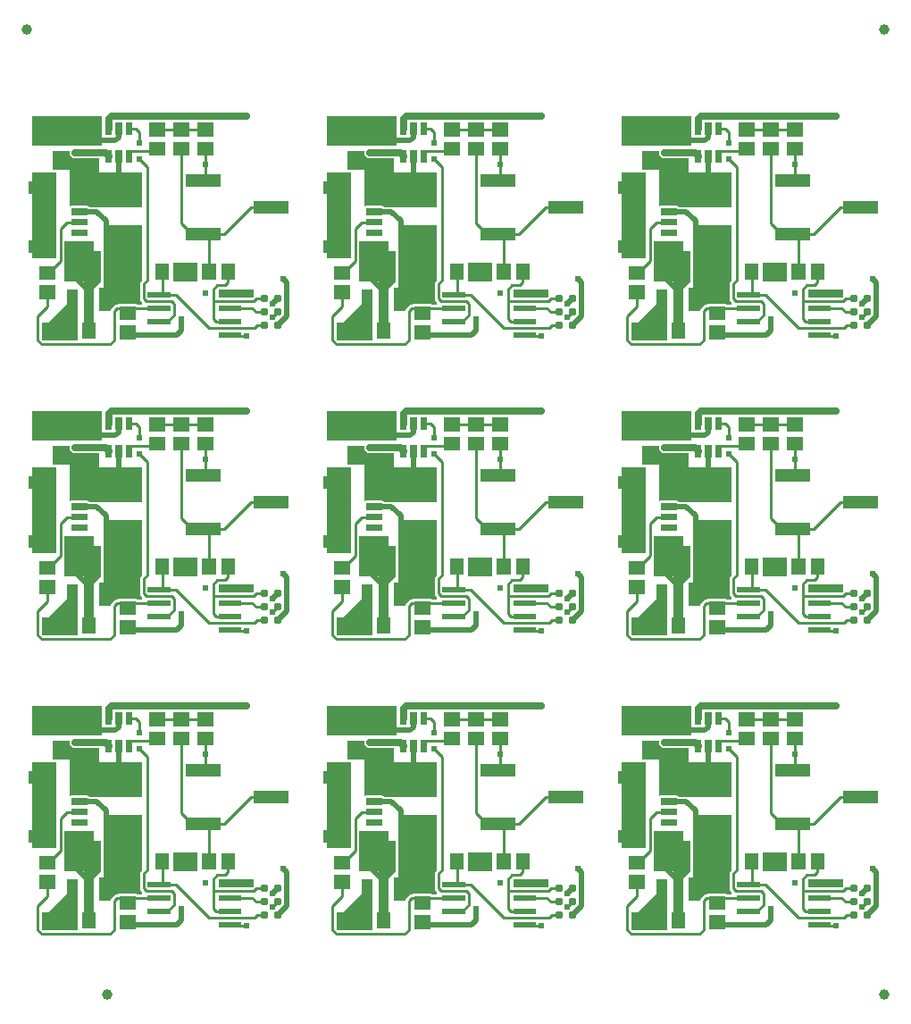
<source format=gbr>
G04 start of page 2 for group 0 idx 0 *
G04 Title: (unknown), top *
G04 Creator: pcb 4.0.2 *
G04 CreationDate: Sun May 15 03:11:05 2022 UTC *
G04 For: railfan *
G04 Format: Gerber/RS-274X *
G04 PCB-Dimensions (mil): 4000.00 4000.00 *
G04 PCB-Coordinate-Origin: lower left *
%MOIN*%
%FSLAX25Y25*%
%LNTOP*%
%ADD20C,0.0390*%
%ADD19C,0.0120*%
%ADD18C,0.0240*%
%ADD17C,0.0394*%
%ADD16C,0.0310*%
%ADD15C,0.0350*%
%ADD14C,0.0250*%
%ADD13C,0.0200*%
%ADD12C,0.0100*%
%ADD11C,0.0001*%
G54D11*G36*
X83000Y216500D02*Y203500D01*
X66957D01*
X66883Y203546D01*
X66621Y203654D01*
X66345Y203720D01*
X66063Y203743D01*
X65992Y203737D01*
X63337D01*
X63260Y203827D01*
X63141Y203930D01*
X63006Y204012D01*
X62861Y204072D01*
X62708Y204109D01*
X62551Y204118D01*
X56292Y204109D01*
X56139Y204072D01*
X56000Y204014D01*
Y216500D01*
X83000D01*
G37*
G36*
X42000D02*X51000D01*
Y184500D01*
X42000D01*
Y216500D01*
G37*
G36*
Y237500D02*X68000D01*
Y226500D01*
X42000D01*
Y237500D01*
G37*
G36*
X49500Y224500D02*X56012D01*
X55969Y224322D01*
X55944Y224000D01*
X55969Y223678D01*
X56044Y223365D01*
X56168Y223066D01*
X56336Y222791D01*
X56546Y222546D01*
X56791Y222336D01*
X57066Y222168D01*
X57365Y222044D01*
X57678Y221969D01*
X58000Y221950D01*
X67000D01*
Y217500D01*
X49500D01*
Y224500D01*
G37*
G36*
X67000Y218000D02*Y215000D01*
X56000D01*
Y218000D01*
X67000D01*
G37*
G36*
X60113Y176000D02*X54000D01*
Y191000D01*
X65000D01*
Y181710D01*
X64890Y181716D01*
X60953Y181707D01*
X60800Y181670D01*
X60655Y181610D01*
X60520Y181528D01*
X60401Y181425D01*
X60298Y181306D01*
X60216Y181171D01*
X60156Y181026D01*
X60119Y180873D01*
X60110Y180716D01*
X60113Y176000D01*
G37*
G36*
X111500Y170000D02*Y173000D01*
X124500D01*
Y170338D01*
X124162Y170000D01*
X111500D01*
G37*
G36*
X94500Y183000D02*X103500D01*
Y176000D01*
X94500D01*
Y183000D01*
G37*
G36*
X83000Y197000D02*Y176338D01*
X82617Y175955D01*
X82578Y175922D01*
X82445Y175766D01*
X82338Y175592D01*
X82260Y175403D01*
X82212Y175204D01*
X82212Y175204D01*
X82196Y175000D01*
X82200Y174949D01*
Y169551D01*
X82196Y169500D01*
X82212Y169296D01*
X82212Y169296D01*
X82260Y169097D01*
X82338Y168908D01*
X82379Y168842D01*
X82445Y168734D01*
X82445Y168733D01*
X82578Y168578D01*
X82617Y168545D01*
X83000Y168162D01*
Y167300D01*
X81171D01*
X81161Y167311D01*
X81042Y167414D01*
X80907Y167496D01*
X80762Y167556D01*
X80609Y167593D01*
X80452Y167602D01*
X74391Y167593D01*
X74238Y167556D01*
X74093Y167496D01*
X73958Y167414D01*
X73839Y167311D01*
X73829Y167300D01*
X73551D01*
X73500Y167304D01*
X73296Y167288D01*
X73097Y167240D01*
X72908Y167162D01*
X72734Y167055D01*
X72733Y167055D01*
X72578Y166922D01*
X72545Y166883D01*
X71617Y165955D01*
X71578Y165922D01*
X71445Y165766D01*
X71338Y165592D01*
X71260Y165403D01*
X71212Y165204D01*
X71212Y165204D01*
X71196Y165000D01*
X67000D01*
Y173500D01*
X68500D01*
Y197000D01*
X68503D01*
X68680Y196891D01*
X68942Y196783D01*
X69218Y196717D01*
X69500Y196694D01*
X69782Y196717D01*
X70058Y196783D01*
X70320Y196891D01*
X70497Y197000D01*
X83000D01*
G37*
G36*
X59000Y154000D02*X45838D01*
X45500Y154338D01*
Y160500D01*
X59000D01*
Y154000D01*
G37*
G36*
X56594Y169063D02*X56500D01*
Y159500D01*
X48000D01*
Y160500D01*
X48031D01*
X56594Y169063D01*
G37*
G36*
X59000Y158000D02*X55000D01*
Y173000D01*
X59000D01*
Y158000D01*
G37*
G36*
X83000Y106500D02*Y93500D01*
X66957D01*
X66883Y93546D01*
X66621Y93654D01*
X66345Y93720D01*
X66063Y93743D01*
X65992Y93737D01*
X63337D01*
X63260Y93827D01*
X63141Y93930D01*
X63006Y94012D01*
X62861Y94072D01*
X62708Y94109D01*
X62551Y94118D01*
X56292Y94109D01*
X56139Y94072D01*
X56000Y94014D01*
Y106500D01*
X83000D01*
G37*
G36*
X42000D02*X51000D01*
Y74500D01*
X42000D01*
Y106500D01*
G37*
G36*
Y127500D02*X68000D01*
Y116500D01*
X42000D01*
Y127500D01*
G37*
G36*
X49500Y114500D02*X56012D01*
X55969Y114322D01*
X55944Y114000D01*
X55969Y113678D01*
X56044Y113365D01*
X56168Y113066D01*
X56336Y112791D01*
X56546Y112546D01*
X56791Y112336D01*
X57066Y112168D01*
X57365Y112044D01*
X57678Y111969D01*
X58000Y111950D01*
X67000D01*
Y107500D01*
X49500D01*
Y114500D01*
G37*
G36*
X67000Y108000D02*Y105000D01*
X56000D01*
Y108000D01*
X67000D01*
G37*
G36*
X60113Y66000D02*X54000D01*
Y81000D01*
X65000D01*
Y71710D01*
X64890Y71716D01*
X60953Y71707D01*
X60800Y71670D01*
X60655Y71610D01*
X60520Y71528D01*
X60401Y71425D01*
X60298Y71306D01*
X60216Y71171D01*
X60156Y71026D01*
X60119Y70873D01*
X60110Y70716D01*
X60113Y66000D01*
G37*
G36*
X111500Y60000D02*Y63000D01*
X124500D01*
Y60338D01*
X124162Y60000D01*
X111500D01*
G37*
G36*
X94500Y73000D02*X103500D01*
Y66000D01*
X94500D01*
Y73000D01*
G37*
G36*
X83000Y87000D02*Y66338D01*
X82617Y65955D01*
X82578Y65922D01*
X82445Y65766D01*
X82338Y65592D01*
X82260Y65403D01*
X82212Y65204D01*
X82212Y65204D01*
X82196Y65000D01*
X82200Y64949D01*
Y59551D01*
X82196Y59500D01*
X82212Y59296D01*
X82212Y59296D01*
X82260Y59097D01*
X82338Y58908D01*
X82379Y58842D01*
X82445Y58734D01*
X82445Y58733D01*
X82578Y58578D01*
X82617Y58545D01*
X83000Y58162D01*
Y57300D01*
X81171D01*
X81161Y57311D01*
X81042Y57414D01*
X80907Y57496D01*
X80762Y57556D01*
X80609Y57593D01*
X80452Y57602D01*
X74391Y57593D01*
X74238Y57556D01*
X74093Y57496D01*
X73958Y57414D01*
X73839Y57311D01*
X73829Y57300D01*
X73551D01*
X73500Y57304D01*
X73296Y57288D01*
X73097Y57240D01*
X72908Y57162D01*
X72734Y57055D01*
X72733Y57055D01*
X72578Y56922D01*
X72545Y56883D01*
X71617Y55955D01*
X71578Y55922D01*
X71445Y55766D01*
X71338Y55592D01*
X71260Y55403D01*
X71212Y55204D01*
X71212Y55204D01*
X71196Y55000D01*
X67000D01*
Y63500D01*
X68500D01*
Y87000D01*
X68503D01*
X68680Y86891D01*
X68942Y86783D01*
X69218Y86717D01*
X69500Y86694D01*
X69782Y86717D01*
X70058Y86783D01*
X70320Y86891D01*
X70497Y87000D01*
X83000D01*
G37*
G36*
X59000Y44000D02*X45838D01*
X45500Y44338D01*
Y50500D01*
X59000D01*
Y44000D01*
G37*
G36*
X56594Y59063D02*X56500D01*
Y49500D01*
X48000D01*
Y50500D01*
X48031D01*
X56594Y59063D01*
G37*
G36*
X59000Y48000D02*X55000D01*
Y63000D01*
X59000D01*
Y48000D01*
G37*
G36*
X193000Y216500D02*Y203500D01*
X176957D01*
X176883Y203546D01*
X176621Y203654D01*
X176345Y203720D01*
X176063Y203743D01*
X175992Y203737D01*
X173337D01*
X173260Y203827D01*
X173141Y203930D01*
X173006Y204012D01*
X172861Y204072D01*
X172708Y204109D01*
X172551Y204118D01*
X166292Y204109D01*
X166139Y204072D01*
X166000Y204014D01*
Y216500D01*
X193000D01*
G37*
G36*
X170113Y176000D02*X164000D01*
Y191000D01*
X175000D01*
Y181710D01*
X174890Y181716D01*
X170953Y181707D01*
X170800Y181670D01*
X170655Y181610D01*
X170520Y181528D01*
X170401Y181425D01*
X170298Y181306D01*
X170216Y181171D01*
X170156Y181026D01*
X170119Y180873D01*
X170110Y180716D01*
X170113Y176000D01*
G37*
G36*
X193000Y197000D02*Y176338D01*
X192617Y175955D01*
X192578Y175922D01*
X192445Y175766D01*
X192338Y175592D01*
X192260Y175403D01*
X192212Y175204D01*
X192212Y175204D01*
X192196Y175000D01*
X192200Y174949D01*
Y169551D01*
X192196Y169500D01*
X192212Y169296D01*
X192212Y169296D01*
X192260Y169097D01*
X192338Y168908D01*
X192379Y168842D01*
X192445Y168734D01*
X192445Y168733D01*
X192578Y168578D01*
X192617Y168545D01*
X193000Y168162D01*
Y167300D01*
X191171D01*
X191161Y167311D01*
X191042Y167414D01*
X190907Y167496D01*
X190762Y167556D01*
X190609Y167593D01*
X190452Y167602D01*
X184391Y167593D01*
X184238Y167556D01*
X184093Y167496D01*
X183958Y167414D01*
X183839Y167311D01*
X183829Y167300D01*
X183551D01*
X183500Y167304D01*
X183296Y167288D01*
X183097Y167240D01*
X182908Y167162D01*
X182734Y167055D01*
X182733Y167055D01*
X182578Y166922D01*
X182545Y166883D01*
X181617Y165955D01*
X181578Y165922D01*
X181445Y165766D01*
X181338Y165592D01*
X181260Y165403D01*
X181212Y165204D01*
X181212Y165204D01*
X181196Y165000D01*
X177000D01*
Y173500D01*
X178500D01*
Y197000D01*
X178503D01*
X178680Y196891D01*
X178942Y196783D01*
X179218Y196717D01*
X179500Y196694D01*
X179782Y196717D01*
X180058Y196783D01*
X180320Y196891D01*
X180497Y197000D01*
X193000D01*
G37*
G36*
X204500Y183000D02*X213500D01*
Y176000D01*
X204500D01*
Y183000D01*
G37*
G36*
X152000Y216500D02*X161000D01*
Y184500D01*
X152000D01*
Y216500D01*
G37*
G36*
Y237500D02*X178000D01*
Y226500D01*
X152000D01*
Y237500D01*
G37*
G36*
X159500Y224500D02*X166012D01*
X165969Y224322D01*
X165944Y224000D01*
X165969Y223678D01*
X166044Y223365D01*
X166168Y223066D01*
X166336Y222791D01*
X166546Y222546D01*
X166791Y222336D01*
X167066Y222168D01*
X167365Y222044D01*
X167678Y221969D01*
X168000Y221950D01*
X177000D01*
Y217500D01*
X159500D01*
Y224500D01*
G37*
G36*
X177000Y218000D02*Y215000D01*
X166000D01*
Y218000D01*
X177000D01*
G37*
G36*
X169000Y154000D02*X155838D01*
X155500Y154338D01*
Y160500D01*
X169000D01*
Y154000D01*
G37*
G36*
X166594Y169063D02*X166500D01*
Y159500D01*
X158000D01*
Y160500D01*
X158031D01*
X166594Y169063D01*
G37*
G36*
X169000Y158000D02*X165000D01*
Y173000D01*
X169000D01*
Y158000D01*
G37*
G36*
X193000Y106500D02*Y93500D01*
X176957D01*
X176883Y93546D01*
X176621Y93654D01*
X176345Y93720D01*
X176063Y93743D01*
X175992Y93737D01*
X173337D01*
X173260Y93827D01*
X173141Y93930D01*
X173006Y94012D01*
X172861Y94072D01*
X172708Y94109D01*
X172551Y94118D01*
X166292Y94109D01*
X166139Y94072D01*
X166000Y94014D01*
Y106500D01*
X193000D01*
G37*
G36*
X152000D02*X161000D01*
Y74500D01*
X152000D01*
Y106500D01*
G37*
G36*
Y127500D02*X178000D01*
Y116500D01*
X152000D01*
Y127500D01*
G37*
G36*
X159500Y114500D02*X166012D01*
X165969Y114322D01*
X165944Y114000D01*
X165969Y113678D01*
X166044Y113365D01*
X166168Y113066D01*
X166336Y112791D01*
X166546Y112546D01*
X166791Y112336D01*
X167066Y112168D01*
X167365Y112044D01*
X167678Y111969D01*
X168000Y111950D01*
X177000D01*
Y107500D01*
X159500D01*
Y114500D01*
G37*
G36*
X177000Y108000D02*Y105000D01*
X166000D01*
Y108000D01*
X177000D01*
G37*
G36*
X170113Y66000D02*X164000D01*
Y81000D01*
X175000D01*
Y71710D01*
X174890Y71716D01*
X170953Y71707D01*
X170800Y71670D01*
X170655Y71610D01*
X170520Y71528D01*
X170401Y71425D01*
X170298Y71306D01*
X170216Y71171D01*
X170156Y71026D01*
X170119Y70873D01*
X170110Y70716D01*
X170113Y66000D01*
G37*
G36*
X221500Y60000D02*Y63000D01*
X234500D01*
Y60338D01*
X234162Y60000D01*
X221500D01*
G37*
G36*
X204500Y73000D02*X213500D01*
Y66000D01*
X204500D01*
Y73000D01*
G37*
G36*
X193000Y87000D02*Y66338D01*
X192617Y65955D01*
X192578Y65922D01*
X192445Y65766D01*
X192338Y65592D01*
X192260Y65403D01*
X192212Y65204D01*
X192212Y65204D01*
X192196Y65000D01*
X192200Y64949D01*
Y59551D01*
X192196Y59500D01*
X192212Y59296D01*
X192212Y59296D01*
X192260Y59097D01*
X192338Y58908D01*
X192379Y58842D01*
X192445Y58734D01*
X192445Y58733D01*
X192578Y58578D01*
X192617Y58545D01*
X193000Y58162D01*
Y57300D01*
X191171D01*
X191161Y57311D01*
X191042Y57414D01*
X190907Y57496D01*
X190762Y57556D01*
X190609Y57593D01*
X190452Y57602D01*
X184391Y57593D01*
X184238Y57556D01*
X184093Y57496D01*
X183958Y57414D01*
X183839Y57311D01*
X183829Y57300D01*
X183551D01*
X183500Y57304D01*
X183296Y57288D01*
X183097Y57240D01*
X182908Y57162D01*
X182734Y57055D01*
X182733Y57055D01*
X182578Y56922D01*
X182545Y56883D01*
X181617Y55955D01*
X181578Y55922D01*
X181445Y55766D01*
X181338Y55592D01*
X181260Y55403D01*
X181212Y55204D01*
X181212Y55204D01*
X181196Y55000D01*
X177000D01*
Y63500D01*
X178500D01*
Y87000D01*
X178503D01*
X178680Y86891D01*
X178942Y86783D01*
X179218Y86717D01*
X179500Y86694D01*
X179782Y86717D01*
X180058Y86783D01*
X180320Y86891D01*
X180497Y87000D01*
X193000D01*
G37*
G36*
X169000Y44000D02*X155838D01*
X155500Y44338D01*
Y50500D01*
X169000D01*
Y44000D01*
G37*
G36*
X166594Y59063D02*X166500D01*
Y49500D01*
X158000D01*
Y50500D01*
X158031D01*
X166594Y59063D01*
G37*
G36*
X169000Y48000D02*X165000D01*
Y63000D01*
X169000D01*
Y48000D01*
G37*
G36*
X221500Y170000D02*Y173000D01*
X234500D01*
Y170338D01*
X234162Y170000D01*
X221500D01*
G37*
G36*
X303000Y197000D02*Y176338D01*
X302617Y175955D01*
X302578Y175922D01*
X302445Y175766D01*
X302338Y175592D01*
X302260Y175403D01*
X302212Y175204D01*
X302212Y175204D01*
X302196Y175000D01*
X302200Y174949D01*
Y169551D01*
X302196Y169500D01*
X302212Y169296D01*
X302212Y169296D01*
X302260Y169097D01*
X302338Y168908D01*
X302379Y168842D01*
X302445Y168734D01*
X302445Y168733D01*
X302578Y168578D01*
X302617Y168545D01*
X303000Y168162D01*
Y167300D01*
X301171D01*
X301161Y167311D01*
X301042Y167414D01*
X300907Y167496D01*
X300762Y167556D01*
X300609Y167593D01*
X300452Y167602D01*
X294391Y167593D01*
X294238Y167556D01*
X294093Y167496D01*
X293958Y167414D01*
X293839Y167311D01*
X293829Y167300D01*
X293551D01*
X293500Y167304D01*
X293296Y167288D01*
X293097Y167240D01*
X292908Y167162D01*
X292734Y167055D01*
X292733Y167055D01*
X292578Y166922D01*
X292545Y166883D01*
X291617Y165955D01*
X291578Y165922D01*
X291445Y165766D01*
X291338Y165592D01*
X291260Y165403D01*
X291212Y165204D01*
X291212Y165204D01*
X291196Y165000D01*
X287000D01*
Y173500D01*
X288500D01*
Y197000D01*
X288503D01*
X288680Y196891D01*
X288942Y196783D01*
X289218Y196717D01*
X289500Y196694D01*
X289782Y196717D01*
X290058Y196783D01*
X290320Y196891D01*
X290497Y197000D01*
X303000D01*
G37*
G36*
X279000Y154000D02*X265838D01*
X265500Y154338D01*
Y160500D01*
X279000D01*
Y154000D01*
G37*
G36*
X276594Y169063D02*X276500D01*
Y159500D01*
X268000D01*
Y160500D01*
X268031D01*
X276594Y169063D01*
G37*
G36*
X279000Y158000D02*X275000D01*
Y173000D01*
X279000D01*
Y158000D01*
G37*
G36*
X303000Y216500D02*Y203500D01*
X286957D01*
X286883Y203546D01*
X286621Y203654D01*
X286345Y203720D01*
X286063Y203743D01*
X285992Y203737D01*
X283337D01*
X283260Y203827D01*
X283141Y203930D01*
X283006Y204012D01*
X282861Y204072D01*
X282708Y204109D01*
X282551Y204118D01*
X276292Y204109D01*
X276139Y204072D01*
X276000Y204014D01*
Y216500D01*
X303000D01*
G37*
G36*
X280113Y176000D02*X274000D01*
Y191000D01*
X285000D01*
Y181710D01*
X284890Y181716D01*
X280953Y181707D01*
X280800Y181670D01*
X280655Y181610D01*
X280520Y181528D01*
X280401Y181425D01*
X280298Y181306D01*
X280216Y181171D01*
X280156Y181026D01*
X280119Y180873D01*
X280110Y180716D01*
X280113Y176000D01*
G37*
G36*
X262000Y216500D02*X271000D01*
Y184500D01*
X262000D01*
Y216500D01*
G37*
G36*
Y237500D02*X288000D01*
Y226500D01*
X262000D01*
Y237500D01*
G37*
G36*
X269500Y224500D02*X276012D01*
X275969Y224322D01*
X275944Y224000D01*
X275969Y223678D01*
X276044Y223365D01*
X276168Y223066D01*
X276336Y222791D01*
X276546Y222546D01*
X276791Y222336D01*
X277066Y222168D01*
X277365Y222044D01*
X277678Y221969D01*
X278000Y221950D01*
X287000D01*
Y217500D01*
X269500D01*
Y224500D01*
G37*
G36*
X287000Y218000D02*Y215000D01*
X276000D01*
Y218000D01*
X287000D01*
G37*
G36*
X314500Y183000D02*X323500D01*
Y176000D01*
X314500D01*
Y183000D01*
G37*
G36*
X331500Y170000D02*Y173000D01*
X344500D01*
Y170338D01*
X344162Y170000D01*
X331500D01*
G37*
G36*
Y60000D02*Y63000D01*
X344500D01*
Y60338D01*
X344162Y60000D01*
X331500D01*
G37*
G36*
X280113Y66000D02*X274000D01*
Y81000D01*
X285000D01*
Y71710D01*
X284890Y71716D01*
X280953Y71707D01*
X280800Y71670D01*
X280655Y71610D01*
X280520Y71528D01*
X280401Y71425D01*
X280298Y71306D01*
X280216Y71171D01*
X280156Y71026D01*
X280119Y70873D01*
X280110Y70716D01*
X280113Y66000D01*
G37*
G36*
X303000Y87000D02*Y66338D01*
X302617Y65955D01*
X302578Y65922D01*
X302445Y65766D01*
X302338Y65592D01*
X302260Y65403D01*
X302212Y65204D01*
X302212Y65204D01*
X302196Y65000D01*
X302200Y64949D01*
Y59551D01*
X302196Y59500D01*
X302212Y59296D01*
X302212Y59296D01*
X302260Y59097D01*
X302338Y58908D01*
X302379Y58842D01*
X302445Y58734D01*
X302445Y58733D01*
X302578Y58578D01*
X302617Y58545D01*
X303000Y58162D01*
Y57300D01*
X301171D01*
X301161Y57311D01*
X301042Y57414D01*
X300907Y57496D01*
X300762Y57556D01*
X300609Y57593D01*
X300452Y57602D01*
X294391Y57593D01*
X294238Y57556D01*
X294093Y57496D01*
X293958Y57414D01*
X293839Y57311D01*
X293829Y57300D01*
X293551D01*
X293500Y57304D01*
X293296Y57288D01*
X293097Y57240D01*
X292908Y57162D01*
X292734Y57055D01*
X292733Y57055D01*
X292578Y56922D01*
X292545Y56883D01*
X291617Y55955D01*
X291578Y55922D01*
X291445Y55766D01*
X291338Y55592D01*
X291260Y55403D01*
X291212Y55204D01*
X291212Y55204D01*
X291196Y55000D01*
X287000D01*
Y63500D01*
X288500D01*
Y87000D01*
X288503D01*
X288680Y86891D01*
X288942Y86783D01*
X289218Y86717D01*
X289500Y86694D01*
X289782Y86717D01*
X290058Y86783D01*
X290320Y86891D01*
X290497Y87000D01*
X303000D01*
G37*
G36*
X279000Y44000D02*X265838D01*
X265500Y44338D01*
Y50500D01*
X279000D01*
Y44000D01*
G37*
G36*
X276594Y59063D02*X276500D01*
Y49500D01*
X268000D01*
Y50500D01*
X268031D01*
X276594Y59063D01*
G37*
G36*
X279000Y48000D02*X275000D01*
Y63000D01*
X279000D01*
Y48000D01*
G37*
G36*
X303000Y106500D02*Y93500D01*
X286957D01*
X286883Y93546D01*
X286621Y93654D01*
X286345Y93720D01*
X286063Y93743D01*
X285992Y93737D01*
X283337D01*
X283260Y93827D01*
X283141Y93930D01*
X283006Y94012D01*
X282861Y94072D01*
X282708Y94109D01*
X282551Y94118D01*
X276292Y94109D01*
X276139Y94072D01*
X276000Y94014D01*
Y106500D01*
X303000D01*
G37*
G36*
X262000D02*X271000D01*
Y74500D01*
X262000D01*
Y106500D01*
G37*
G36*
Y127500D02*X288000D01*
Y116500D01*
X262000D01*
Y127500D01*
G37*
G36*
X269500Y114500D02*X276012D01*
X275969Y114322D01*
X275944Y114000D01*
X275969Y113678D01*
X276044Y113365D01*
X276168Y113066D01*
X276336Y112791D01*
X276546Y112546D01*
X276791Y112336D01*
X277066Y112168D01*
X277365Y112044D01*
X277678Y111969D01*
X278000Y111950D01*
X287000D01*
Y107500D01*
X269500D01*
Y114500D01*
G37*
G36*
X287000Y108000D02*Y105000D01*
X276000D01*
Y108000D01*
X287000D01*
G37*
G36*
X314500Y73000D02*X323500D01*
Y66000D01*
X314500D01*
Y73000D01*
G37*
G36*
X170113Y286000D02*X164000D01*
Y301000D01*
X175000D01*
Y291710D01*
X174890Y291716D01*
X170953Y291707D01*
X170800Y291670D01*
X170655Y291610D01*
X170520Y291528D01*
X170401Y291425D01*
X170298Y291306D01*
X170216Y291171D01*
X170156Y291026D01*
X170119Y290873D01*
X170110Y290716D01*
X170113Y286000D01*
G37*
G36*
X193000Y307000D02*Y286338D01*
X192617Y285955D01*
X192578Y285922D01*
X192445Y285766D01*
X192338Y285592D01*
X192260Y285403D01*
X192212Y285204D01*
X192212Y285204D01*
X192196Y285000D01*
X192200Y284949D01*
Y279551D01*
X192196Y279500D01*
X192212Y279296D01*
X192212Y279296D01*
X192260Y279097D01*
X192338Y278908D01*
X192379Y278842D01*
X192445Y278734D01*
X192445Y278733D01*
X192578Y278578D01*
X192617Y278545D01*
X193000Y278162D01*
Y277300D01*
X191171D01*
X191161Y277311D01*
X191042Y277414D01*
X190907Y277496D01*
X190762Y277556D01*
X190609Y277593D01*
X190452Y277602D01*
X184391Y277593D01*
X184238Y277556D01*
X184093Y277496D01*
X183958Y277414D01*
X183839Y277311D01*
X183829Y277300D01*
X183551D01*
X183500Y277304D01*
X183296Y277288D01*
X183097Y277240D01*
X182908Y277162D01*
X182734Y277055D01*
X182733Y277055D01*
X182578Y276922D01*
X182545Y276883D01*
X181617Y275955D01*
X181578Y275922D01*
X181445Y275766D01*
X181338Y275592D01*
X181260Y275403D01*
X181212Y275204D01*
X181212Y275204D01*
X181196Y275000D01*
X177000D01*
Y283500D01*
X178500D01*
Y307000D01*
X178503D01*
X178680Y306891D01*
X178942Y306783D01*
X179218Y306717D01*
X179500Y306694D01*
X179782Y306717D01*
X180058Y306783D01*
X180320Y306891D01*
X180497Y307000D01*
X193000D01*
G37*
G36*
X221500Y280000D02*Y283000D01*
X234500D01*
Y280338D01*
X234162Y280000D01*
X221500D01*
G37*
G36*
X204500Y293000D02*X213500D01*
Y286000D01*
X204500D01*
Y293000D01*
G37*
G36*
X303000Y326500D02*Y313500D01*
X286957D01*
X286883Y313546D01*
X286621Y313654D01*
X286345Y313720D01*
X286063Y313743D01*
X285992Y313737D01*
X283337D01*
X283260Y313827D01*
X283141Y313930D01*
X283006Y314012D01*
X282861Y314072D01*
X282708Y314109D01*
X282551Y314118D01*
X276292Y314109D01*
X276139Y314072D01*
X276000Y314014D01*
Y326500D01*
X303000D01*
G37*
G36*
X262000Y347500D02*X288000D01*
Y336500D01*
X262000D01*
Y347500D01*
G37*
G36*
X269500Y334500D02*X276012D01*
X275969Y334322D01*
X275944Y334000D01*
X275969Y333678D01*
X276044Y333365D01*
X276168Y333066D01*
X276336Y332791D01*
X276546Y332546D01*
X276791Y332336D01*
X277066Y332168D01*
X277365Y332044D01*
X277678Y331969D01*
X278000Y331950D01*
X287000D01*
Y327500D01*
X269500D01*
Y334500D01*
G37*
G36*
X287000Y328000D02*Y325000D01*
X276000D01*
Y328000D01*
X287000D01*
G37*
G36*
X280113Y286000D02*X274000D01*
Y301000D01*
X285000D01*
Y291710D01*
X284890Y291716D01*
X280953Y291707D01*
X280800Y291670D01*
X280655Y291610D01*
X280520Y291528D01*
X280401Y291425D01*
X280298Y291306D01*
X280216Y291171D01*
X280156Y291026D01*
X280119Y290873D01*
X280110Y290716D01*
X280113Y286000D01*
G37*
G36*
X279000Y264000D02*X265838D01*
X265500Y264338D01*
Y270500D01*
X279000D01*
Y264000D01*
G37*
G36*
X276594Y279063D02*X276500D01*
Y269500D01*
X268000D01*
Y270500D01*
X268031D01*
X276594Y279063D01*
G37*
G36*
X279000Y268000D02*X275000D01*
Y283000D01*
X279000D01*
Y268000D01*
G37*
G36*
X303000Y307000D02*Y286338D01*
X302617Y285955D01*
X302578Y285922D01*
X302445Y285766D01*
X302338Y285592D01*
X302260Y285403D01*
X302212Y285204D01*
X302212Y285204D01*
X302196Y285000D01*
X302200Y284949D01*
Y279551D01*
X302196Y279500D01*
X302212Y279296D01*
X302212Y279296D01*
X302260Y279097D01*
X302338Y278908D01*
X302379Y278842D01*
X302445Y278734D01*
X302445Y278733D01*
X302578Y278578D01*
X302617Y278545D01*
X303000Y278162D01*
Y277300D01*
X301171D01*
X301161Y277311D01*
X301042Y277414D01*
X300907Y277496D01*
X300762Y277556D01*
X300609Y277593D01*
X300452Y277602D01*
X294391Y277593D01*
X294238Y277556D01*
X294093Y277496D01*
X293958Y277414D01*
X293839Y277311D01*
X293829Y277300D01*
X293551D01*
X293500Y277304D01*
X293296Y277288D01*
X293097Y277240D01*
X292908Y277162D01*
X292734Y277055D01*
X292733Y277055D01*
X292578Y276922D01*
X292545Y276883D01*
X291617Y275955D01*
X291578Y275922D01*
X291445Y275766D01*
X291338Y275592D01*
X291260Y275403D01*
X291212Y275204D01*
X291212Y275204D01*
X291196Y275000D01*
X287000D01*
Y283500D01*
X288500D01*
Y307000D01*
X288503D01*
X288680Y306891D01*
X288942Y306783D01*
X289218Y306717D01*
X289500Y306694D01*
X289782Y306717D01*
X290058Y306783D01*
X290320Y306891D01*
X290497Y307000D01*
X303000D01*
G37*
G36*
X331500Y280000D02*Y283000D01*
X344500D01*
Y280338D01*
X344162Y280000D01*
X331500D01*
G37*
G36*
X314500Y293000D02*X323500D01*
Y286000D01*
X314500D01*
Y293000D01*
G37*
G36*
X262000Y326500D02*X271000D01*
Y294500D01*
X262000D01*
Y326500D01*
G37*
G36*
X60113Y286000D02*X54000D01*
Y301000D01*
X65000D01*
Y291710D01*
X64890Y291716D01*
X60953Y291707D01*
X60800Y291670D01*
X60655Y291610D01*
X60520Y291528D01*
X60401Y291425D01*
X60298Y291306D01*
X60216Y291171D01*
X60156Y291026D01*
X60119Y290873D01*
X60110Y290716D01*
X60113Y286000D01*
G37*
G36*
X83000Y307000D02*Y286338D01*
X82617Y285955D01*
X82578Y285922D01*
X82445Y285766D01*
X82338Y285592D01*
X82260Y285403D01*
X82212Y285204D01*
X82212Y285204D01*
X82196Y285000D01*
X82200Y284949D01*
Y279551D01*
X82196Y279500D01*
X82212Y279296D01*
X82212Y279296D01*
X82260Y279097D01*
X82338Y278908D01*
X82379Y278842D01*
X82445Y278734D01*
X82445Y278733D01*
X82578Y278578D01*
X82617Y278545D01*
X83000Y278162D01*
Y277300D01*
X81171D01*
X81161Y277311D01*
X81042Y277414D01*
X80907Y277496D01*
X80762Y277556D01*
X80609Y277593D01*
X80452Y277602D01*
X74391Y277593D01*
X74238Y277556D01*
X74093Y277496D01*
X73958Y277414D01*
X73839Y277311D01*
X73829Y277300D01*
X73551D01*
X73500Y277304D01*
X73296Y277288D01*
X73097Y277240D01*
X72908Y277162D01*
X72734Y277055D01*
X72733Y277055D01*
X72578Y276922D01*
X72545Y276883D01*
X71617Y275955D01*
X71578Y275922D01*
X71445Y275766D01*
X71338Y275592D01*
X71260Y275403D01*
X71212Y275204D01*
X71212Y275204D01*
X71196Y275000D01*
X67000D01*
Y283500D01*
X68500D01*
Y307000D01*
X68503D01*
X68680Y306891D01*
X68942Y306783D01*
X69218Y306717D01*
X69500Y306694D01*
X69782Y306717D01*
X70058Y306783D01*
X70320Y306891D01*
X70497Y307000D01*
X83000D01*
G37*
G36*
X94500Y293000D02*X103500D01*
Y286000D01*
X94500D01*
Y293000D01*
G37*
G36*
X83000Y326500D02*Y313500D01*
X66957D01*
X66883Y313546D01*
X66621Y313654D01*
X66345Y313720D01*
X66063Y313743D01*
X65992Y313737D01*
X63337D01*
X63260Y313827D01*
X63141Y313930D01*
X63006Y314012D01*
X62861Y314072D01*
X62708Y314109D01*
X62551Y314118D01*
X56292Y314109D01*
X56139Y314072D01*
X56000Y314014D01*
Y326500D01*
X83000D01*
G37*
G36*
X42000D02*X51000D01*
Y294500D01*
X42000D01*
Y326500D01*
G37*
G36*
X152000D02*X161000D01*
Y294500D01*
X152000D01*
Y326500D01*
G37*
G36*
X59000Y264000D02*X45838D01*
X45500Y264338D01*
Y270500D01*
X59000D01*
Y264000D01*
G37*
G36*
X56594Y279063D02*X56500D01*
Y269500D01*
X48000D01*
Y270500D01*
X48031D01*
X56594Y279063D01*
G37*
G36*
X59000Y268000D02*X55000D01*
Y283000D01*
X59000D01*
Y268000D01*
G37*
G36*
X42000Y347500D02*X68000D01*
Y336500D01*
X42000D01*
Y347500D01*
G37*
G36*
X152000D02*X178000D01*
Y336500D01*
X152000D01*
Y347500D01*
G37*
G36*
X49500Y334500D02*X56012D01*
X55969Y334322D01*
X55944Y334000D01*
X55969Y333678D01*
X56044Y333365D01*
X56168Y333066D01*
X56336Y332791D01*
X56546Y332546D01*
X56791Y332336D01*
X57066Y332168D01*
X57365Y332044D01*
X57678Y331969D01*
X58000Y331950D01*
X67000D01*
Y327500D01*
X49500D01*
Y334500D01*
G37*
G36*
X159500D02*X166012D01*
X165969Y334322D01*
X165944Y334000D01*
X165969Y333678D01*
X166044Y333365D01*
X166168Y333066D01*
X166336Y332791D01*
X166546Y332546D01*
X166791Y332336D01*
X167066Y332168D01*
X167365Y332044D01*
X167678Y331969D01*
X168000Y331950D01*
X177000D01*
Y327500D01*
X159500D01*
Y334500D01*
G37*
G36*
X67000Y328000D02*Y325000D01*
X56000D01*
Y328000D01*
X67000D01*
G37*
G36*
X193000Y326500D02*Y313500D01*
X176957D01*
X176883Y313546D01*
X176621Y313654D01*
X176345Y313720D01*
X176063Y313743D01*
X175992Y313737D01*
X173337D01*
X173260Y313827D01*
X173141Y313930D01*
X173006Y314012D01*
X172861Y314072D01*
X172708Y314109D01*
X172551Y314118D01*
X166292Y314109D01*
X166139Y314072D01*
X166000Y314014D01*
Y326500D01*
X193000D01*
G37*
G36*
X177000Y328000D02*Y325000D01*
X166000D01*
Y328000D01*
X177000D01*
G37*
G36*
X111500Y280000D02*Y283000D01*
X124500D01*
Y280338D01*
X124162Y280000D01*
X111500D01*
G37*
G36*
X169000Y264000D02*X155838D01*
X155500Y264338D01*
Y270500D01*
X169000D01*
Y264000D01*
G37*
G36*
X166594Y279063D02*X166500D01*
Y269500D01*
X158000D01*
Y270500D01*
X158031D01*
X166594Y279063D01*
G37*
G36*
X169000Y268000D02*X165000D01*
Y283000D01*
X169000D01*
Y268000D01*
G37*
G54D12*X108000Y268500D02*X125000D01*
X110500Y271000D02*X115750D01*
X125500Y279500D02*X124500Y278500D01*
X109500D01*
X115750Y276000D02*X124000D01*
X109500Y272000D02*X110500Y271000D01*
X109500Y272000D02*Y283000D01*
X111000Y284500D01*
X114000D01*
X115000Y285500D01*
X115043Y289500D01*
X122000Y265500D02*X115750D01*
X59500Y308000D02*X55000D01*
X52500Y305500D01*
G54D13*X59500Y311937D02*X66063D01*
X69500Y308500D01*
Y301500D01*
X74260Y339760D02*X73000Y338500D01*
X64500D01*
G54D14*X58000Y334000D02*X69166D01*
X70520Y332646D01*
G54D12*X52500Y305500D02*Y293500D01*
G54D13*X74260Y332646D02*Y324000D01*
Y343000D02*Y339760D01*
G54D12*X85000Y286500D02*Y328500D01*
X82000Y331500D01*
Y337500D02*Y341500D01*
X80500Y343000D01*
X78000D01*
X87000Y334500D02*X78000D01*
G54D14*X122000Y347500D02*X71500D01*
X70520Y346520D01*
Y343000D01*
G54D12*X89250Y271000D02*X92500D01*
X88500Y342543D02*X106500D01*
Y335457D02*Y323500D01*
X97500Y335457D02*Y307500D01*
X123500Y313500D02*X113500Y303500D01*
X105902D01*
X97500Y307500D02*X101500Y303500D01*
X107957Y289500D02*Y303500D01*
X92500Y271000D02*X95000Y273500D01*
G54D13*X96000Y266000D02*X97500Y267500D01*
Y272000D01*
G54D12*X95000Y273500D02*Y277500D01*
X95500Y281000D02*X108000Y268500D01*
X95000Y277500D02*X94000Y278500D01*
X84500D01*
X89250Y281000D02*X95500D01*
G54D13*X96000Y266000D02*X77500D01*
G54D15*X63000Y282921D02*Y267500D01*
G54D12*X72500Y275000D02*X73500Y276000D01*
X71000Y262500D02*X72500Y264000D01*
X45500Y262500D02*X71000D01*
X44000Y264000D02*X45500Y262500D01*
X44000Y273000D02*Y264000D01*
X72500D02*Y275000D01*
X90457Y289500D02*Y281000D01*
X84500Y278500D02*X83500Y279500D01*
Y285000D01*
X85000Y286500D01*
X73500Y276000D02*X89250D01*
X52500Y293500D02*X47500Y288500D01*
X44000Y273000D02*X47500Y276500D01*
Y281957D01*
X59500Y198000D02*X55000D01*
X52500Y195500D01*
G54D13*X59500Y201937D02*X66063D01*
X69500Y198500D01*
Y191500D01*
G54D12*X85000Y176500D02*Y218500D01*
X52500Y195500D02*Y183500D01*
X90457Y179500D02*Y171000D01*
X89250Y161000D02*X92500D01*
X73500Y166000D02*X89250D01*
X95000Y167500D02*X94000Y168500D01*
X84500D01*
X83500Y169500D01*
Y175000D01*
X85000Y176500D01*
X89250Y171000D02*X95500D01*
G54D15*X63000Y172921D02*Y157500D01*
G54D12*X52500Y183500D02*X47500Y178500D01*
X44000Y163000D02*X47500Y166500D01*
Y171957D01*
X71000Y152500D02*X72500Y154000D01*
G54D13*X96000Y156000D02*X77500D01*
G54D12*X45500Y152500D02*X71000D01*
X44000Y154000D02*X45500Y152500D01*
X44000Y163000D02*Y154000D01*
X72500D02*Y165000D01*
X73500Y166000D01*
X92500Y161000D02*X95000Y163500D01*
G54D13*X96000Y156000D02*X97500Y157500D01*
Y162000D01*
G54D12*Y225457D02*Y197500D01*
X101500Y193500D01*
X95000Y163500D02*Y167500D01*
X95500Y171000D02*X108000Y158500D01*
X109500Y162000D02*Y173000D01*
X111000Y174500D01*
X114000D01*
X113500Y193500D02*X105902D01*
X107957Y179500D02*Y193500D01*
X114000Y174500D02*X115000Y175500D01*
X115043Y179500D01*
X85000Y218500D02*X82000Y221500D01*
X106500Y225457D02*Y213500D01*
X82000Y227500D02*Y231500D01*
X80500Y233000D01*
X88500Y232543D02*X106500D01*
G54D14*X122000Y237500D02*X71500D01*
X70520Y236520D01*
Y233000D01*
G54D12*X80500D02*X78000D01*
G54D13*X74260D02*Y229760D01*
X73000Y228500D01*
X64500D01*
X74260Y222646D02*Y214000D01*
G54D14*X58000Y224000D02*X69166D01*
X70520Y222646D01*
G54D12*X87000Y224500D02*X78000D01*
G54D15*X63000Y62921D02*Y47500D01*
G54D12*X52500Y73500D02*X47500Y68500D01*
X44000Y53000D02*X47500Y56500D01*
Y61957D01*
X84500Y58500D02*X83500Y59500D01*
Y65000D01*
X85000Y66500D01*
X71000Y42500D02*X72500Y44000D01*
G54D13*X96000Y46000D02*X77500D01*
G54D12*X45500Y42500D02*X71000D01*
X44000Y44000D02*X45500Y42500D01*
X44000Y53000D02*Y44000D01*
X72500D02*Y55000D01*
X73500Y56000D01*
X89250D01*
X90457Y69500D02*Y61000D01*
X89250Y51000D02*X92500D01*
X95000Y53500D01*
Y57500D01*
X94000Y58500D01*
X84500D01*
G54D13*X96000Y46000D02*X97500Y47500D01*
G54D12*X89250Y61000D02*X95500D01*
G54D13*X97500Y47500D02*Y52000D01*
G54D12*X95500Y61000D02*X108000Y48500D01*
X109500Y52000D02*Y63000D01*
X111000Y64500D01*
X114000D01*
X115000Y65500D01*
X115043Y69500D01*
X108000Y48500D02*X125000D01*
X110500Y51000D02*X115750D01*
X128500Y59500D02*X125500D01*
X124500Y58500D01*
X109500D01*
X115750Y56000D02*X124000D01*
X109500Y52000D02*X110500Y51000D01*
X122000Y45500D02*X115750D01*
X59500Y88000D02*X55000D01*
X52500Y85500D01*
G54D13*X59500Y91937D02*X66063D01*
X69500Y88500D01*
Y81500D01*
X74260Y112646D02*Y104000D01*
G54D14*X58000Y114000D02*X69166D01*
X70520Y112646D01*
G54D12*X52500Y85500D02*Y73500D01*
X125000Y48500D02*X126000Y49500D01*
X128500D01*
G54D13*X137000Y53000D02*Y65500D01*
X135500Y67000D01*
G54D12*X124000Y56000D02*X125500Y54500D01*
X128500D01*
G54D13*X133500Y49500D02*X137000Y53000D01*
X133500Y59500D02*X131500Y57500D01*
G54D12*X133500Y54500D02*X131500Y52500D01*
X131098Y93500D02*X123500D01*
X85000Y66500D02*Y108500D01*
X82000Y111500D01*
Y117500D02*Y121500D01*
X80500Y123000D01*
X78000D01*
X87000Y114500D02*X78000D01*
G54D14*X122000Y127500D02*X71500D01*
X70520Y126520D01*
Y123000D01*
G54D13*X74260D02*Y119760D01*
X73000Y118500D01*
X64500D01*
G54D12*X88500Y122543D02*X106500D01*
Y115457D02*Y103500D01*
X97500Y115457D02*Y87500D01*
X101500Y83500D01*
X123500Y93500D02*X113500Y83500D01*
X105902D01*
X107957Y69500D02*Y83500D01*
X128500Y279500D02*X125500D01*
X125000Y268500D02*X126000Y269500D01*
X128500D01*
X124000Y276000D02*X125500Y274500D01*
X128500D01*
G54D13*X133500Y269500D02*X137000Y273000D01*
G54D12*X133500Y274500D02*X131500Y272500D01*
G54D13*X137000Y273000D02*Y285500D01*
X133500Y279500D02*X131500Y277500D01*
X137000Y285500D02*X135500Y287000D01*
G54D12*X200457Y289500D02*Y281000D01*
X193500Y285000D02*X195000Y286500D01*
X131098Y313500D02*X123500D01*
X169500Y308000D02*X165000D01*
X162500Y305500D01*
G54D13*X169500Y311937D02*X176063D01*
X179500Y308500D01*
Y301500D01*
G54D12*X162500Y305500D02*Y293500D01*
X157500Y288500D01*
G54D15*X173000Y282921D02*Y267500D01*
G54D12*X181000Y262500D02*X182500Y264000D01*
Y275000D01*
X183500Y276000D01*
X155500Y262500D02*X181000D01*
X154000Y264000D02*X155500Y262500D01*
X154000Y273000D02*Y264000D01*
Y273000D02*X157500Y276500D01*
Y281957D01*
X199250Y271000D02*X202500D01*
X205000Y273500D01*
Y277500D01*
X204000Y278500D01*
X194500D01*
X193500Y279500D01*
G54D13*X206000Y266000D02*X207500Y267500D01*
X206000Y266000D02*X187500D01*
X207500Y267500D02*Y272000D01*
G54D12*X199250Y281000D02*X205500D01*
X218000Y268500D01*
X183500Y276000D02*X199250D01*
X218000Y268500D02*X235000D01*
X225750Y276000D02*X234000D01*
X235500Y274500D01*
X238500D01*
Y279500D02*X235500D01*
X234500Y278500D01*
X219500D01*
Y272000D02*X220500Y271000D01*
X219500Y272000D02*Y283000D01*
X221000Y284500D01*
X224000D01*
X225000Y285500D01*
X225043Y289500D01*
X220500Y271000D02*X225750D01*
X232000Y265500D02*X225750D01*
X235000Y268500D02*X236000Y269500D01*
X238500D01*
G54D13*X243500D02*X247000Y273000D01*
Y285500D01*
X245500Y287000D01*
X243500Y279500D02*X241500Y277500D01*
G54D12*X243500Y274500D02*X241500Y272500D01*
X241098Y313500D02*X233500D01*
X193500Y279500D02*Y285000D01*
X195000Y286500D02*Y328500D01*
X192000Y331500D01*
Y337500D02*Y341500D01*
X190500Y343000D01*
G54D13*X184260Y332646D02*Y324000D01*
G54D12*X190500Y343000D02*X188000D01*
X216500Y335457D02*Y323500D01*
X207500Y335457D02*Y307500D01*
G54D13*X184260Y343000D02*Y339760D01*
G54D12*X198500Y342543D02*X216500D01*
G54D14*X232000Y347500D02*X181500D01*
X180520Y346520D01*
Y343000D01*
G54D13*X184260Y339760D02*X183000Y338500D01*
X174500D01*
G54D14*X168000Y334000D02*X179166D01*
X180520Y332646D01*
G54D12*X197000Y334500D02*X188000D01*
X233500Y313500D02*X223500Y303500D01*
X215902D01*
X207500Y307500D02*X211500Y303500D01*
X217957Y289500D02*Y303500D01*
G54D15*X283000Y282921D02*Y267500D01*
G54D12*X272500Y293500D02*X267500Y288500D01*
X264000Y273000D02*X267500Y276500D01*
Y281957D01*
X304500Y278500D02*X303500Y279500D01*
Y285000D01*
X305000Y286500D01*
X291000Y262500D02*X292500Y264000D01*
G54D13*X316000Y266000D02*X297500D01*
G54D12*X265500Y262500D02*X291000D01*
X264000Y264000D02*X265500Y262500D01*
X264000Y273000D02*Y264000D01*
X292500D02*Y275000D01*
X293500Y276000D01*
X309250D01*
X310457Y289500D02*Y281000D01*
X309250Y271000D02*X312500D01*
X315000Y273500D01*
Y277500D01*
X314000Y278500D01*
X304500D01*
G54D13*X316000Y266000D02*X317500Y267500D01*
G54D12*X309250Y281000D02*X315500D01*
G54D13*X317500Y267500D02*Y272000D01*
G54D12*X315500Y281000D02*X328000Y268500D01*
X329500Y272000D02*Y283000D01*
X331000Y284500D01*
X334000D01*
X335000Y285500D01*
X335043Y289500D01*
X328000Y268500D02*X345000D01*
X330500Y271000D02*X335750D01*
X348500Y279500D02*X345500D01*
X344500Y278500D01*
X329500D01*
X335750Y276000D02*X344000D01*
X329500Y272000D02*X330500Y271000D01*
X342000Y265500D02*X335750D01*
X279500Y308000D02*X275000D01*
X272500Y305500D01*
G54D13*X279500Y311937D02*X286063D01*
X289500Y308500D01*
Y301500D01*
X294260Y332646D02*Y324000D01*
G54D14*X278000Y334000D02*X289166D01*
X290520Y332646D01*
G54D12*X272500Y305500D02*Y293500D01*
X345000Y268500D02*X346000Y269500D01*
X348500D01*
G54D13*X357000Y273000D02*Y285500D01*
X355500Y287000D01*
G54D12*X344000Y276000D02*X345500Y274500D01*
X348500D01*
G54D13*X353500Y269500D02*X357000Y273000D01*
X353500Y279500D02*X351500Y277500D01*
G54D12*X353500Y274500D02*X351500Y272500D01*
X351098Y313500D02*X343500D01*
X305000Y286500D02*Y328500D01*
X302000Y331500D01*
Y337500D02*Y341500D01*
X300500Y343000D01*
X298000D01*
X307000Y334500D02*X298000D01*
G54D14*X342000Y347500D02*X291500D01*
X290520Y346520D01*
Y343000D01*
G54D13*X294260D02*Y339760D01*
X293000Y338500D01*
X284500D01*
G54D12*X308500Y342543D02*X326500D01*
Y335457D02*Y323500D01*
X317500Y335457D02*Y307500D01*
X321500Y303500D01*
X343500Y313500D02*X333500Y303500D01*
X325902D01*
X327957Y289500D02*Y303500D01*
X108000Y158500D02*X125000D01*
X110500Y161000D02*X115750D01*
X122000Y155500D02*X115750D01*
X124500Y168500D02*X109500D01*
X115750Y166000D02*X124000D01*
X109500Y162000D02*X110500Y161000D01*
X128500Y169500D02*X125500D01*
X124500Y168500D01*
G54D13*X133500Y159500D02*X137000Y163000D01*
Y175500D01*
X135500Y177000D01*
X133500Y169500D02*X131500Y167500D01*
G54D12*X133500Y164500D02*X131500Y162500D01*
X125000Y158500D02*X126000Y159500D01*
X128500D01*
X124000Y166000D02*X125500Y164500D01*
X128500D01*
X123500Y203500D02*X113500Y193500D01*
X131098Y203500D02*X123500D01*
G54D15*X173000Y172921D02*Y157500D01*
G54D12*X182500Y165000D02*X183500Y166000D01*
X181000Y152500D02*X182500Y154000D01*
X155500Y152500D02*X181000D01*
X154000Y154000D02*X155500Y152500D01*
X154000Y163000D02*Y154000D01*
X182500D02*Y165000D01*
X200457Y179500D02*Y171000D01*
X194500Y168500D02*X193500Y169500D01*
Y175000D01*
X195000Y176500D01*
X183500Y166000D02*X199250D01*
X162500Y183500D02*X157500Y178500D01*
X154000Y163000D02*X157500Y166500D01*
Y171957D01*
X202500Y161000D02*X205000Y163500D01*
G54D13*X206000Y156000D02*X207500Y157500D01*
Y162000D01*
G54D12*X205000Y163500D02*Y167500D01*
X205500Y171000D02*X218000Y158500D01*
X205000Y167500D02*X204000Y168500D01*
X194500D01*
X199250Y171000D02*X205500D01*
G54D13*X206000Y156000D02*X187500D01*
G54D12*X199250Y161000D02*X202500D01*
X218000Y158500D02*X235000D01*
X220500Y161000D02*X225750D01*
X235500Y169500D02*X234500Y168500D01*
X219500D01*
X225750Y166000D02*X234000D01*
X219500Y162000D02*X220500Y161000D01*
X219500Y162000D02*Y173000D01*
X221000Y174500D01*
X224000D01*
X225000Y175500D01*
X225043Y179500D01*
X232000Y155500D02*X225750D01*
X169500Y198000D02*X165000D01*
X162500Y195500D01*
G54D13*X169500Y201937D02*X176063D01*
X179500Y198500D01*
Y191500D01*
G54D12*X162500Y195500D02*Y183500D01*
G54D13*X184260Y222646D02*Y214000D01*
Y233000D02*Y229760D01*
X183000Y228500D02*X174500D01*
G54D14*X168000Y224000D02*X179166D01*
X180520Y222646D01*
G54D12*X216500Y225457D02*Y213500D01*
X195000Y176500D02*Y218500D01*
X192000Y221500D01*
Y227500D02*Y231500D01*
X190500Y233000D01*
X188000D01*
X197000Y224500D02*X188000D01*
X207500Y225457D02*Y197500D01*
X211500Y193500D01*
X217957Y179500D02*Y193500D01*
G54D13*X184260Y229760D02*X183000Y228500D01*
G54D12*X198500Y232543D02*X216500D01*
G54D14*X232000Y237500D02*X181500D01*
X180520Y236520D01*
Y233000D01*
G54D12*X233500Y203500D02*X223500Y193500D01*
X215902D01*
X238500Y169500D02*X235500D01*
X235000Y158500D02*X236000Y159500D01*
X238500D01*
X234000Y166000D02*X235500Y164500D01*
X238500D01*
G54D13*X243500Y159500D02*X247000Y163000D01*
G54D12*X243500Y164500D02*X241500Y162500D01*
G54D13*X247000Y163000D02*Y175500D01*
X243500Y169500D02*X241500Y167500D01*
X247000Y175500D02*X245500Y177000D01*
G54D12*X310457Y179500D02*Y171000D01*
X303500Y175000D02*X305000Y176500D01*
X241098Y203500D02*X233500D01*
X279500Y198000D02*X275000D01*
X272500Y195500D01*
G54D13*X279500Y201937D02*X286063D01*
X289500Y198500D01*
Y191500D01*
G54D12*X272500Y195500D02*Y183500D01*
X267500Y178500D01*
G54D15*X283000Y172921D02*Y157500D01*
G54D12*X291000Y152500D02*X292500Y154000D01*
Y165000D01*
X293500Y166000D01*
X265500Y152500D02*X291000D01*
X264000Y154000D02*X265500Y152500D01*
X264000Y163000D02*Y154000D01*
Y163000D02*X267500Y166500D01*
Y171957D01*
X309250Y161000D02*X312500D01*
X315000Y163500D01*
Y167500D01*
X314000Y168500D01*
X304500D01*
X303500Y169500D01*
G54D13*X316000Y156000D02*X317500Y157500D01*
X316000Y156000D02*X297500D01*
X317500Y157500D02*Y162000D01*
G54D12*X309250Y171000D02*X315500D01*
X328000Y158500D01*
X293500Y166000D02*X309250D01*
X328000Y158500D02*X345000D01*
X335750Y166000D02*X344000D01*
X345500Y164500D01*
X348500D01*
Y169500D02*X345500D01*
X344500Y168500D01*
X329500D01*
Y162000D02*X330500Y161000D01*
X329500Y162000D02*Y173000D01*
X331000Y174500D01*
X334000D01*
X335000Y175500D01*
X335043Y179500D01*
X330500Y161000D02*X335750D01*
X342000Y155500D02*X335750D01*
X345000Y158500D02*X346000Y159500D01*
X348500D01*
G54D13*X353500D02*X357000Y163000D01*
Y175500D01*
X355500Y177000D01*
X353500Y169500D02*X351500Y167500D01*
G54D12*X353500Y164500D02*X351500Y162500D01*
X351098Y203500D02*X343500D01*
X303500Y169500D02*Y175000D01*
X305000Y176500D02*Y218500D01*
X302000Y221500D01*
Y227500D02*Y231500D01*
X300500Y233000D01*
G54D13*X294260Y222646D02*Y214000D01*
G54D12*X300500Y233000D02*X298000D01*
X326500Y225457D02*Y213500D01*
X317500Y225457D02*Y197500D01*
G54D13*X294260Y233000D02*Y229760D01*
G54D12*X308500Y232543D02*X326500D01*
G54D14*X342000Y237500D02*X291500D01*
X290520Y236520D01*
Y233000D01*
G54D13*X294260Y229760D02*X293000Y228500D01*
X284500D01*
G54D14*X278000Y224000D02*X289166D01*
X290520Y222646D01*
G54D12*X307000Y224500D02*X298000D01*
X343500Y203500D02*X333500Y193500D01*
X325902D01*
X317500Y197500D02*X321500Y193500D01*
X327957Y179500D02*Y193500D01*
X279500Y88000D02*X275000D01*
X272500Y85500D01*
G54D13*X279500Y91937D02*X286063D01*
X289500Y88500D01*
Y81500D01*
G54D12*X305000Y66500D02*Y108500D01*
X272500Y85500D02*Y73500D01*
X310457Y69500D02*Y61000D01*
X309250Y51000D02*X312500D01*
X293500Y56000D02*X309250D01*
X315000Y57500D02*X314000Y58500D01*
X304500D01*
X303500Y59500D01*
Y65000D01*
X305000Y66500D01*
X309250Y61000D02*X315500D01*
G54D15*X283000Y62921D02*Y47500D01*
G54D12*X272500Y73500D02*X267500Y68500D01*
X264000Y53000D02*X267500Y56500D01*
Y61957D01*
X291000Y42500D02*X292500Y44000D01*
G54D13*X316000Y46000D02*X297500D01*
G54D12*X265500Y42500D02*X291000D01*
X264000Y44000D02*X265500Y42500D01*
X264000Y53000D02*Y44000D01*
X292500D02*Y55000D01*
X293500Y56000D01*
X312500Y51000D02*X315000Y53500D01*
G54D13*X316000Y46000D02*X317500Y47500D01*
Y52000D01*
G54D12*Y115457D02*Y87500D01*
X321500Y83500D01*
X315000Y53500D02*Y57500D01*
X315500Y61000D02*X328000Y48500D01*
X329500Y52000D02*Y63000D01*
X331000Y64500D01*
X334000D01*
X333500Y83500D02*X325902D01*
X327957Y69500D02*Y83500D01*
X334000Y64500D02*X335000Y65500D01*
X335043Y69500D01*
X328000Y48500D02*X345000D01*
X330500Y51000D02*X335750D01*
X342000Y45500D02*X335750D01*
X344500Y58500D02*X329500D01*
X335750Y56000D02*X344000D01*
X329500Y52000D02*X330500Y51000D01*
X348500Y59500D02*X345500D01*
X344500Y58500D01*
G54D13*X353500Y49500D02*X357000Y53000D01*
Y65500D01*
X355500Y67000D01*
X353500Y59500D02*X351500Y57500D01*
G54D12*X353500Y54500D02*X351500Y52500D01*
X345000Y48500D02*X346000Y49500D01*
X348500D01*
X344000Y56000D02*X345500Y54500D01*
X348500D01*
X351098Y93500D02*X343500D01*
X333500Y83500D01*
X305000Y108500D02*X302000Y111500D01*
X326500Y115457D02*Y103500D01*
X302000Y117500D02*Y121500D01*
X300500Y123000D01*
X308500Y122543D02*X326500D01*
G54D14*X342000Y127500D02*X291500D01*
X290520Y126520D01*
Y123000D01*
G54D12*X300500D02*X298000D01*
G54D13*X294260D02*Y119760D01*
X293000Y118500D01*
X284500D01*
X294260Y112646D02*Y104000D01*
G54D14*X278000Y114000D02*X289166D01*
X290520Y112646D01*
G54D12*X307000Y114500D02*X298000D01*
X169500Y88000D02*X165000D01*
X162500Y85500D01*
G54D13*X169500Y91937D02*X176063D01*
G54D12*X241098Y93500D02*X233500D01*
X223500Y83500D01*
X215902D01*
X207500Y87500D02*X211500Y83500D01*
G54D13*X176063Y91937D02*X179500Y88500D01*
X184260Y112646D02*Y104000D01*
G54D12*X216500Y115457D02*Y103500D01*
X207500Y115457D02*Y87500D01*
G54D14*X168000Y114000D02*X179166D01*
X180520Y112646D01*
X232000Y127500D02*X181500D01*
X180520Y126520D01*
Y123000D01*
G54D13*X179500Y88500D02*Y81500D01*
G54D15*X173000Y62921D02*Y47500D01*
G54D12*X162500Y85500D02*Y73500D01*
X195000Y66500D02*Y108500D01*
X192000Y111500D01*
X197000Y114500D02*X188000D01*
X192000Y117500D02*Y121500D01*
X190500Y123000D01*
X188000D01*
G54D13*X184260D02*Y119760D01*
X183000Y118500D01*
X174500D01*
G54D12*X181000Y42500D02*X182500Y44000D01*
Y55000D01*
X183500Y56000D01*
X200457Y69500D02*Y61000D01*
X204000Y58500D02*X194500D01*
X193500Y59500D01*
Y65000D01*
X195000Y66500D01*
X199250Y61000D02*X205500D01*
X199250Y51000D02*X202500D01*
X205000Y53500D01*
G54D13*X206000Y46000D02*X207500Y47500D01*
Y52000D01*
G54D12*X183500Y56000D02*X199250D01*
G54D13*X206000Y46000D02*X187500D01*
G54D12*X155500Y42500D02*X181000D01*
X154000Y44000D02*X155500Y42500D01*
X154000Y53000D02*Y44000D01*
X162500Y73500D02*X157500Y68500D01*
X154000Y53000D02*X157500Y56500D01*
Y61957D01*
X205000Y53500D02*Y57500D01*
X204000Y58500D01*
X205500Y61000D02*X218000Y48500D01*
X198500Y122543D02*X216500D01*
X217957Y69500D02*Y83500D01*
X218000Y48500D02*X235000D01*
X232000Y45500D02*X225750D01*
X235000Y48500D02*X236000Y49500D01*
X234000Y56000D02*X235500Y54500D01*
X238500D01*
X236000Y49500D02*X238500D01*
G54D13*X243500D02*X247000Y53000D01*
Y65500D01*
X245500Y67000D01*
X243500Y59500D02*X241500Y57500D01*
G54D12*X243500Y54500D02*X241500Y52500D01*
X225750Y56000D02*X234000D01*
X238500Y59500D02*X235500D01*
X234500Y58500D01*
X219500D01*
Y52000D02*X220500Y51000D01*
X225750D01*
X219500Y52000D02*Y63000D01*
X221000Y64500D01*
X224000D01*
X225000Y65500D01*
X225043Y69500D01*
G54D11*G36*
X166449Y317055D02*Y314693D01*
X172551D01*
Y317055D01*
X166449D01*
G37*
G36*
Y313118D02*Y310756D01*
X172551D01*
Y313118D01*
X166449D01*
G37*
G36*
Y309181D02*Y306819D01*
X172551D01*
Y309181D01*
X166449D01*
G37*
G36*
Y305244D02*Y302882D01*
X172551D01*
Y305244D01*
X166449D01*
G37*
G36*
X150701Y323354D02*Y318630D01*
X157787D01*
Y323354D01*
X150701D01*
G37*
G36*
Y301307D02*Y296583D01*
X157787D01*
Y301307D01*
X150701D01*
G37*
G36*
X192650Y306457D02*X186350D01*
Y293858D01*
X192650D01*
Y306457D01*
G37*
G36*
X203016Y292452D02*X197898D01*
Y286548D01*
X203016D01*
Y292452D01*
G37*
G36*
X195000Y282000D02*Y280000D01*
X203500D01*
Y282000D01*
X195000D01*
G37*
G36*
Y277000D02*Y275000D01*
X203500D01*
Y277000D01*
X195000D01*
G37*
G36*
Y272000D02*Y270000D01*
X203500D01*
Y272000D01*
X195000D01*
G37*
G36*
Y267000D02*Y265000D01*
X203500D01*
Y267000D01*
X195000D01*
G37*
G36*
X168516Y270452D02*X163398D01*
Y264548D01*
X168516D01*
Y270452D01*
G37*
G36*
X175602D02*X170484D01*
Y264548D01*
X175602D01*
Y270452D01*
G37*
G36*
X184548Y276602D02*Y271484D01*
X190452D01*
Y276602D01*
X184548D01*
G37*
G36*
Y269516D02*Y264398D01*
X190452D01*
Y269516D01*
X184548D01*
G37*
G36*
X168984Y283000D02*X165204D01*
Y275126D01*
X168984D01*
Y283000D01*
G37*
G36*
X174890Y290716D02*X171110D01*
Y275126D01*
X174890D01*
Y290716D01*
G37*
G36*
X180796Y283000D02*X177016D01*
Y275126D01*
X180796D01*
Y283000D01*
G37*
G36*
X177725Y297175D02*X168275D01*
Y285835D01*
X177725D01*
Y297175D01*
G37*
G36*
X169695Y287255D02*X168275Y285835D01*
X171115Y282995D01*
X172535Y284415D01*
X169695Y287255D01*
G37*
G36*
X177725Y285835D02*X176305Y287255D01*
X173465Y284415D01*
X174885Y282995D01*
X177725Y285835D01*
G37*
G36*
X154548Y291602D02*Y286484D01*
X160452D01*
Y291602D01*
X154548D01*
G37*
G36*
Y284516D02*Y279398D01*
X160452D01*
Y284516D01*
X154548D01*
G37*
G36*
X210102Y292452D02*X204984D01*
Y286548D01*
X210102D01*
Y292452D01*
G37*
G36*
X220516D02*X215398D01*
Y286548D01*
X220516D01*
Y292452D01*
G37*
G36*
X227602D02*X222484D01*
Y286548D01*
X227602D01*
Y292452D01*
G37*
G36*
X221500Y272000D02*Y270000D01*
X230000D01*
Y272000D01*
X221500D01*
G37*
G36*
Y277000D02*Y275000D01*
X230000D01*
Y277000D01*
X221500D01*
G37*
G36*
Y282000D02*Y280000D01*
X230000D01*
Y282000D01*
X221500D01*
G37*
G36*
Y267000D02*Y265000D01*
X230000D01*
Y267000D01*
X221500D01*
G37*
G54D16*X238500Y279500D03*
X243500D03*
X238500Y274500D03*
X243500D03*
X238500Y269500D03*
X243500D03*
G54D11*G36*
X209405Y305842D02*Y301158D01*
X222398D01*
Y305842D01*
X209405D01*
G37*
G36*
X234602Y315842D02*Y311158D01*
X247595D01*
Y315842D01*
X234602D01*
G37*
G36*
X192650Y326142D02*X186350D01*
Y313543D01*
X192650D01*
Y326142D01*
G37*
G36*
X181740Y335047D02*X179299D01*
Y330244D01*
X181740D01*
Y335047D01*
G37*
G36*
Y345401D02*X179299D01*
Y340598D01*
X181740D01*
Y345401D01*
G37*
G36*
X185480Y335047D02*X183039D01*
Y330244D01*
X185480D01*
Y335047D01*
G37*
G36*
Y345401D02*X183039D01*
Y340598D01*
X185480D01*
Y345401D01*
G37*
G36*
X189220Y335047D02*X186779D01*
Y330244D01*
X189220D01*
Y335047D01*
G37*
G36*
Y345401D02*X186779D01*
Y340598D01*
X189220D01*
Y345401D01*
G37*
G36*
X204548Y345102D02*Y339984D01*
X210452D01*
Y345102D01*
X204548D01*
G37*
G36*
Y338016D02*Y332898D01*
X210452D01*
Y338016D01*
X204548D01*
G37*
G36*
X195548D02*Y332898D01*
X201452D01*
Y338016D01*
X195548D01*
G37*
G36*
Y345102D02*Y339984D01*
X201452D01*
Y345102D01*
X195548D01*
G37*
G36*
X213548D02*Y339984D01*
X219452D01*
Y345102D01*
X213548D01*
G37*
G36*
Y338016D02*Y332898D01*
X219452D01*
Y338016D01*
X213548D01*
G37*
G36*
X209405Y325842D02*Y321158D01*
X222398D01*
Y325842D01*
X209405D01*
G37*
G36*
X159548Y341602D02*Y336484D01*
X165452D01*
Y341602D01*
X159548D01*
G37*
G36*
Y334516D02*Y329398D01*
X165452D01*
Y334516D01*
X159548D01*
G37*
G36*
X276449Y317055D02*Y314693D01*
X282551D01*
Y317055D01*
X276449D01*
G37*
G36*
Y313118D02*Y310756D01*
X282551D01*
Y313118D01*
X276449D01*
G37*
G36*
Y309181D02*Y306819D01*
X282551D01*
Y309181D01*
X276449D01*
G37*
G36*
Y305244D02*Y302882D01*
X282551D01*
Y305244D01*
X276449D01*
G37*
G36*
X260701Y323354D02*Y318630D01*
X267787D01*
Y323354D01*
X260701D01*
G37*
G36*
X302650Y306457D02*X296350D01*
Y293858D01*
X302650D01*
Y306457D01*
G37*
G36*
X260701Y301307D02*Y296583D01*
X267787D01*
Y301307D01*
X260701D01*
G37*
G36*
X278516Y270452D02*X273398D01*
Y264548D01*
X278516D01*
Y270452D01*
G37*
G36*
X278984Y283000D02*X275204D01*
Y275126D01*
X278984D01*
Y283000D01*
G37*
G36*
X264548Y291602D02*Y286484D01*
X270452D01*
Y291602D01*
X264548D01*
G37*
G36*
Y284516D02*Y279398D01*
X270452D01*
Y284516D01*
X264548D01*
G37*
G36*
X285602Y270452D02*X280484D01*
Y264548D01*
X285602D01*
Y270452D01*
G37*
G36*
X284890Y290716D02*X281110D01*
Y275126D01*
X284890D01*
Y290716D01*
G37*
G36*
X287725Y297175D02*X278275D01*
Y285835D01*
X287725D01*
Y297175D01*
G37*
G36*
X279695Y287255D02*X278275Y285835D01*
X281115Y282995D01*
X282535Y284415D01*
X279695Y287255D01*
G37*
G36*
X287725Y285835D02*X286305Y287255D01*
X283465Y284415D01*
X284885Y282995D01*
X287725Y285835D01*
G37*
G36*
X290796Y283000D02*X287016D01*
Y275126D01*
X290796D01*
Y283000D01*
G37*
G36*
X294548Y276602D02*Y271484D01*
X300452D01*
Y276602D01*
X294548D01*
G37*
G36*
Y269516D02*Y264398D01*
X300452D01*
Y269516D01*
X294548D01*
G37*
G36*
X313016Y292452D02*X307898D01*
Y286548D01*
X313016D01*
Y292452D01*
G37*
G36*
X305000Y282000D02*Y280000D01*
X313500D01*
Y282000D01*
X305000D01*
G37*
G36*
Y277000D02*Y275000D01*
X313500D01*
Y277000D01*
X305000D01*
G37*
G36*
Y272000D02*Y270000D01*
X313500D01*
Y272000D01*
X305000D01*
G37*
G36*
Y267000D02*Y265000D01*
X313500D01*
Y267000D01*
X305000D01*
G37*
G36*
X320102Y292452D02*X314984D01*
Y286548D01*
X320102D01*
Y292452D01*
G37*
G36*
X319406Y305842D02*Y301158D01*
X332398D01*
Y305842D01*
X319406D01*
G37*
G36*
X330516Y292452D02*X325398D01*
Y286548D01*
X330516D01*
Y292452D01*
G37*
G36*
X337602D02*X332484D01*
Y286548D01*
X337602D01*
Y292452D01*
G37*
G36*
X331500Y267000D02*Y265000D01*
X340000D01*
Y267000D01*
X331500D01*
G37*
G36*
Y272000D02*Y270000D01*
X340000D01*
Y272000D01*
X331500D01*
G37*
G36*
Y277000D02*Y275000D01*
X340000D01*
Y277000D01*
X331500D01*
G37*
G36*
Y282000D02*Y280000D01*
X340000D01*
Y282000D01*
X331500D01*
G37*
G54D16*X348500Y279500D03*
G54D11*G36*
X344602Y315842D02*Y311158D01*
X357594D01*
Y315842D01*
X344602D01*
G37*
G54D16*X353500Y279500D03*
Y274500D03*
Y269500D03*
X348500Y274500D03*
Y269500D03*
G54D11*G36*
X314548Y345102D02*Y339984D01*
X320452D01*
Y345102D01*
X314548D01*
G37*
G36*
X323548D02*Y339984D01*
X329452D01*
Y345102D01*
X323548D01*
G37*
G36*
X314548Y338016D02*Y332898D01*
X320452D01*
Y338016D01*
X314548D01*
G37*
G36*
X305548D02*Y332898D01*
X311452D01*
Y338016D01*
X305548D01*
G37*
G36*
Y345102D02*Y339984D01*
X311452D01*
Y345102D01*
X305548D01*
G37*
G36*
X323548Y338016D02*Y332898D01*
X329452D01*
Y338016D01*
X323548D01*
G37*
G54D17*X360000Y380000D03*
G54D11*G36*
X319406Y325842D02*Y321158D01*
X332398D01*
Y325842D01*
X319406D01*
G37*
G36*
X302650Y326142D02*X296350D01*
Y313543D01*
X302650D01*
Y326142D01*
G37*
G36*
X291740Y335047D02*X289299D01*
Y330244D01*
X291740D01*
Y335047D01*
G37*
G36*
X295480D02*X293039D01*
Y330244D01*
X295480D01*
Y335047D01*
G37*
G36*
X299220D02*X296779D01*
Y330244D01*
X299220D01*
Y335047D01*
G37*
G36*
Y345401D02*X296779D01*
Y340598D01*
X299220D01*
Y345401D01*
G37*
G36*
X295480D02*X293039D01*
Y340598D01*
X295480D01*
Y345401D01*
G37*
G36*
X291740D02*X289299D01*
Y340598D01*
X291740D01*
Y345401D01*
G37*
G36*
X269548Y341602D02*Y336484D01*
X275452D01*
Y341602D01*
X269548D01*
G37*
G36*
Y334516D02*Y329398D01*
X275452D01*
Y334516D01*
X269548D01*
G37*
G36*
X166449Y207055D02*Y204693D01*
X172551D01*
Y207055D01*
X166449D01*
G37*
G36*
Y203118D02*Y200756D01*
X172551D01*
Y203118D01*
X166449D01*
G37*
G36*
Y199181D02*Y196819D01*
X172551D01*
Y199181D01*
X166449D01*
G37*
G36*
Y195244D02*Y192882D01*
X172551D01*
Y195244D01*
X166449D01*
G37*
G36*
X150701Y213354D02*Y208630D01*
X157787D01*
Y213354D01*
X150701D01*
G37*
G36*
X192650Y196457D02*X186350D01*
Y183858D01*
X192650D01*
Y196457D01*
G37*
G36*
X150701Y191307D02*Y186583D01*
X157787D01*
Y191307D01*
X150701D01*
G37*
G36*
X168516Y160452D02*X163398D01*
Y154548D01*
X168516D01*
Y160452D01*
G37*
G36*
X168984Y173000D02*X165204D01*
Y165126D01*
X168984D01*
Y173000D01*
G37*
G36*
X154548Y181602D02*Y176484D01*
X160452D01*
Y181602D01*
X154548D01*
G37*
G36*
Y174516D02*Y169398D01*
X160452D01*
Y174516D01*
X154548D01*
G37*
G36*
X175602Y160452D02*X170484D01*
Y154548D01*
X175602D01*
Y160452D01*
G37*
G36*
X174890Y180716D02*X171110D01*
Y165126D01*
X174890D01*
Y180716D01*
G37*
G36*
X177725Y187175D02*X168275D01*
Y175835D01*
X177725D01*
Y187175D01*
G37*
G36*
X169695Y177255D02*X168275Y175835D01*
X171115Y172995D01*
X172535Y174415D01*
X169695Y177255D01*
G37*
G36*
X177725Y175835D02*X176305Y177255D01*
X173465Y174415D01*
X174885Y172995D01*
X177725Y175835D01*
G37*
G36*
X180796Y173000D02*X177016D01*
Y165126D01*
X180796D01*
Y173000D01*
G37*
G36*
X203016Y182452D02*X197898D01*
Y176548D01*
X203016D01*
Y182452D01*
G37*
G36*
X195000Y172000D02*Y170000D01*
X203500D01*
Y172000D01*
X195000D01*
G37*
G36*
Y167000D02*Y165000D01*
X203500D01*
Y167000D01*
X195000D01*
G37*
G36*
Y162000D02*Y160000D01*
X203500D01*
Y162000D01*
X195000D01*
G37*
G36*
Y157000D02*Y155000D01*
X203500D01*
Y157000D01*
X195000D01*
G37*
G36*
X210102Y182452D02*X204984D01*
Y176548D01*
X210102D01*
Y182452D01*
G37*
G36*
X209405Y195842D02*Y191158D01*
X222398D01*
Y195842D01*
X209405D01*
G37*
G36*
X220516Y182452D02*X215398D01*
Y176548D01*
X220516D01*
Y182452D01*
G37*
G36*
X227602D02*X222484D01*
Y176548D01*
X227602D01*
Y182452D01*
G37*
G36*
X221500Y157000D02*Y155000D01*
X230000D01*
Y157000D01*
X221500D01*
G37*
G36*
Y162000D02*Y160000D01*
X230000D01*
Y162000D01*
X221500D01*
G37*
G36*
Y167000D02*Y165000D01*
X230000D01*
Y167000D01*
X221500D01*
G37*
G36*
Y172000D02*Y170000D01*
X230000D01*
Y172000D01*
X221500D01*
G37*
G54D16*X238500Y169500D03*
G54D11*G36*
X234602Y205843D02*Y201158D01*
X247595D01*
Y205843D01*
X234602D01*
G37*
G54D16*X243500Y169500D03*
Y164500D03*
Y159500D03*
X238500Y164500D03*
Y159500D03*
G54D11*G36*
X204548Y235102D02*Y229984D01*
X210452D01*
Y235102D01*
X204548D01*
G37*
G36*
X213548D02*Y229984D01*
X219452D01*
Y235102D01*
X213548D01*
G37*
G36*
X204548Y228016D02*Y222898D01*
X210452D01*
Y228016D01*
X204548D01*
G37*
G36*
X195548D02*Y222898D01*
X201452D01*
Y228016D01*
X195548D01*
G37*
G36*
Y235102D02*Y229984D01*
X201452D01*
Y235102D01*
X195548D01*
G37*
G36*
X213548Y228016D02*Y222898D01*
X219452D01*
Y228016D01*
X213548D01*
G37*
G36*
X209405Y215843D02*Y211157D01*
X222398D01*
Y215843D01*
X209405D01*
G37*
G36*
X192650Y216142D02*X186350D01*
Y203543D01*
X192650D01*
Y216142D01*
G37*
G36*
X181740Y225047D02*X179299D01*
Y220244D01*
X181740D01*
Y225047D01*
G37*
G36*
X185480D02*X183039D01*
Y220244D01*
X185480D01*
Y225047D01*
G37*
G36*
X189220D02*X186779D01*
Y220244D01*
X189220D01*
Y225047D01*
G37*
G36*
Y235401D02*X186779D01*
Y230598D01*
X189220D01*
Y235401D01*
G37*
G36*
X185480D02*X183039D01*
Y230598D01*
X185480D01*
Y235401D01*
G37*
G36*
X181740D02*X179299D01*
Y230598D01*
X181740D01*
Y235401D01*
G37*
G36*
X159548Y231602D02*Y226484D01*
X165452D01*
Y231602D01*
X159548D01*
G37*
G36*
Y224516D02*Y219398D01*
X165452D01*
Y224516D01*
X159548D01*
G37*
G36*
X184548Y166602D02*Y161484D01*
X190452D01*
Y166602D01*
X184548D01*
G37*
G36*
Y159516D02*Y154398D01*
X190452D01*
Y159516D01*
X184548D01*
G37*
G36*
X276449Y207055D02*Y204693D01*
X282551D01*
Y207055D01*
X276449D01*
G37*
G36*
Y203118D02*Y200756D01*
X282551D01*
Y203118D01*
X276449D01*
G37*
G36*
Y199181D02*Y196819D01*
X282551D01*
Y199181D01*
X276449D01*
G37*
G36*
Y195244D02*Y192882D01*
X282551D01*
Y195244D01*
X276449D01*
G37*
G36*
X260701Y213354D02*Y208630D01*
X267787D01*
Y213354D01*
X260701D01*
G37*
G36*
X302650Y196457D02*X296350D01*
Y183858D01*
X302650D01*
Y196457D01*
G37*
G36*
X260701Y191307D02*Y186583D01*
X267787D01*
Y191307D01*
X260701D01*
G37*
G36*
X278516Y160452D02*X273398D01*
Y154548D01*
X278516D01*
Y160452D01*
G37*
G36*
X278984Y173000D02*X275204D01*
Y165126D01*
X278984D01*
Y173000D01*
G37*
G36*
X264548Y181602D02*Y176484D01*
X270452D01*
Y181602D01*
X264548D01*
G37*
G36*
Y174516D02*Y169398D01*
X270452D01*
Y174516D01*
X264548D01*
G37*
G36*
X285602Y160452D02*X280484D01*
Y154548D01*
X285602D01*
Y160452D01*
G37*
G36*
X284890Y180716D02*X281110D01*
Y165126D01*
X284890D01*
Y180716D01*
G37*
G36*
X287725Y187175D02*X278275D01*
Y175835D01*
X287725D01*
Y187175D01*
G37*
G36*
X279695Y177255D02*X278275Y175835D01*
X281115Y172995D01*
X282535Y174415D01*
X279695Y177255D01*
G37*
G36*
X287725Y175835D02*X286305Y177255D01*
X283465Y174415D01*
X284885Y172995D01*
X287725Y175835D01*
G37*
G36*
X290796Y173000D02*X287016D01*
Y165126D01*
X290796D01*
Y173000D01*
G37*
G36*
X313016Y182452D02*X307898D01*
Y176548D01*
X313016D01*
Y182452D01*
G37*
G36*
X305000Y172000D02*Y170000D01*
X313500D01*
Y172000D01*
X305000D01*
G37*
G36*
Y167000D02*Y165000D01*
X313500D01*
Y167000D01*
X305000D01*
G37*
G36*
Y162000D02*Y160000D01*
X313500D01*
Y162000D01*
X305000D01*
G37*
G36*
Y157000D02*Y155000D01*
X313500D01*
Y157000D01*
X305000D01*
G37*
G36*
X320102Y182452D02*X314984D01*
Y176548D01*
X320102D01*
Y182452D01*
G37*
G36*
X319406Y195842D02*Y191158D01*
X332398D01*
Y195842D01*
X319406D01*
G37*
G36*
X330516Y182452D02*X325398D01*
Y176548D01*
X330516D01*
Y182452D01*
G37*
G36*
X337602D02*X332484D01*
Y176548D01*
X337602D01*
Y182452D01*
G37*
G36*
X331500Y157000D02*Y155000D01*
X340000D01*
Y157000D01*
X331500D01*
G37*
G36*
Y162000D02*Y160000D01*
X340000D01*
Y162000D01*
X331500D01*
G37*
G36*
Y167000D02*Y165000D01*
X340000D01*
Y167000D01*
X331500D01*
G37*
G36*
Y172000D02*Y170000D01*
X340000D01*
Y172000D01*
X331500D01*
G37*
G54D16*X348500Y169500D03*
G54D11*G36*
X344602Y205843D02*Y201158D01*
X357594D01*
Y205843D01*
X344602D01*
G37*
G54D16*X353500Y169500D03*
Y164500D03*
Y159500D03*
X348500Y164500D03*
Y159500D03*
G54D11*G36*
X314548Y235102D02*Y229984D01*
X320452D01*
Y235102D01*
X314548D01*
G37*
G36*
X323548D02*Y229984D01*
X329452D01*
Y235102D01*
X323548D01*
G37*
G36*
X314548Y228016D02*Y222898D01*
X320452D01*
Y228016D01*
X314548D01*
G37*
G36*
X305548D02*Y222898D01*
X311452D01*
Y228016D01*
X305548D01*
G37*
G36*
Y235102D02*Y229984D01*
X311452D01*
Y235102D01*
X305548D01*
G37*
G36*
X323548Y228016D02*Y222898D01*
X329452D01*
Y228016D01*
X323548D01*
G37*
G36*
X319406Y215843D02*Y211157D01*
X332398D01*
Y215843D01*
X319406D01*
G37*
G36*
X302650Y216142D02*X296350D01*
Y203543D01*
X302650D01*
Y216142D01*
G37*
G36*
X291740Y225047D02*X289299D01*
Y220244D01*
X291740D01*
Y225047D01*
G37*
G36*
X295480D02*X293039D01*
Y220244D01*
X295480D01*
Y225047D01*
G37*
G36*
X299220D02*X296779D01*
Y220244D01*
X299220D01*
Y225047D01*
G37*
G36*
Y235401D02*X296779D01*
Y230598D01*
X299220D01*
Y235401D01*
G37*
G36*
X295480D02*X293039D01*
Y230598D01*
X295480D01*
Y235401D01*
G37*
G36*
X291740D02*X289299D01*
Y230598D01*
X291740D01*
Y235401D01*
G37*
G36*
X269548Y231602D02*Y226484D01*
X275452D01*
Y231602D01*
X269548D01*
G37*
G36*
Y224516D02*Y219398D01*
X275452D01*
Y224516D01*
X269548D01*
G37*
G36*
X294548Y166602D02*Y161484D01*
X300452D01*
Y166602D01*
X294548D01*
G37*
G36*
Y159516D02*Y154398D01*
X300452D01*
Y159516D01*
X294548D01*
G37*
G36*
X276449Y97055D02*Y94693D01*
X282551D01*
Y97055D01*
X276449D01*
G37*
G36*
X260701Y103354D02*Y98630D01*
X267787D01*
Y103354D01*
X260701D01*
G37*
G36*
X302650Y106142D02*X296350D01*
Y93543D01*
X302650D01*
Y106142D01*
G37*
G36*
X276449Y93118D02*Y90756D01*
X282551D01*
Y93118D01*
X276449D01*
G37*
G36*
Y89181D02*Y86819D01*
X282551D01*
Y89181D01*
X276449D01*
G37*
G36*
Y85244D02*Y82882D01*
X282551D01*
Y85244D01*
X276449D01*
G37*
G36*
X260701Y81307D02*Y76583D01*
X267787D01*
Y81307D01*
X260701D01*
G37*
G36*
X302650Y86457D02*X296350D01*
Y73858D01*
X302650D01*
Y86457D01*
G37*
G36*
X313016Y72452D02*X307898D01*
Y66548D01*
X313016D01*
Y72452D01*
G37*
G36*
X320102D02*X314984D01*
Y66548D01*
X320102D01*
Y72452D01*
G37*
G36*
X330516D02*X325398D01*
Y66548D01*
X330516D01*
Y72452D01*
G37*
G36*
X337602D02*X332484D01*
Y66548D01*
X337602D01*
Y72452D01*
G37*
G36*
X305000Y62000D02*Y60000D01*
X313500D01*
Y62000D01*
X305000D01*
G37*
G36*
Y57000D02*Y55000D01*
X313500D01*
Y57000D01*
X305000D01*
G37*
G36*
Y52000D02*Y50000D01*
X313500D01*
Y52000D01*
X305000D01*
G37*
G36*
Y47000D02*Y45000D01*
X313500D01*
Y47000D01*
X305000D01*
G37*
G36*
X278516Y50452D02*X273398D01*
Y44548D01*
X278516D01*
Y50452D01*
G37*
G36*
X278984Y63000D02*X275204D01*
Y55126D01*
X278984D01*
Y63000D01*
G37*
G36*
X264548Y71602D02*Y66484D01*
X270452D01*
Y71602D01*
X264548D01*
G37*
G36*
Y64516D02*Y59398D01*
X270452D01*
Y64516D01*
X264548D01*
G37*
G36*
X285602Y50452D02*X280484D01*
Y44548D01*
X285602D01*
Y50452D01*
G37*
G36*
X284890Y70716D02*X281110D01*
Y55126D01*
X284890D01*
Y70716D01*
G37*
G36*
X287725Y77175D02*X278275D01*
Y65835D01*
X287725D01*
Y77175D01*
G37*
G36*
X279695Y67255D02*X278275Y65835D01*
X281115Y62995D01*
X282535Y64415D01*
X279695Y67255D01*
G37*
G36*
X287725Y65835D02*X286305Y67255D01*
X283465Y64415D01*
X284885Y62995D01*
X287725Y65835D01*
G37*
G36*
X290796Y63000D02*X287016D01*
Y55126D01*
X290796D01*
Y63000D01*
G37*
G36*
X294548Y56602D02*Y51484D01*
X300452D01*
Y56602D01*
X294548D01*
G37*
G36*
Y49516D02*Y44398D01*
X300452D01*
Y49516D01*
X294548D01*
G37*
G36*
X291740Y115047D02*X289299D01*
Y110244D01*
X291740D01*
Y115047D01*
G37*
G36*
Y125401D02*X289299D01*
Y120598D01*
X291740D01*
Y125401D01*
G37*
G36*
X295480Y115047D02*X293039D01*
Y110244D01*
X295480D01*
Y115047D01*
G37*
G36*
X299220D02*X296779D01*
Y110244D01*
X299220D01*
Y115047D01*
G37*
G36*
Y125401D02*X296779D01*
Y120598D01*
X299220D01*
Y125401D01*
G37*
G36*
X295480D02*X293039D01*
Y120598D01*
X295480D01*
Y125401D01*
G37*
G36*
X269548Y121602D02*Y116484D01*
X275452D01*
Y121602D01*
X269548D01*
G37*
G36*
Y114516D02*Y109398D01*
X275452D01*
Y114516D01*
X269548D01*
G37*
G36*
X331500Y47000D02*Y45000D01*
X340000D01*
Y47000D01*
X331500D01*
G37*
G36*
Y52000D02*Y50000D01*
X340000D01*
Y52000D01*
X331500D01*
G37*
G36*
Y57000D02*Y55000D01*
X340000D01*
Y57000D01*
X331500D01*
G37*
G36*
Y62000D02*Y60000D01*
X340000D01*
Y62000D01*
X331500D01*
G37*
G54D16*X348500Y59500D03*
X353500D03*
X348500Y54500D03*
X353500D03*
X348500Y49500D03*
X353500D03*
G54D17*X360000Y20000D03*
G54D11*G36*
X314548Y125102D02*Y119984D01*
X320452D01*
Y125102D01*
X314548D01*
G37*
G36*
Y118016D02*Y112898D01*
X320452D01*
Y118016D01*
X314548D01*
G37*
G36*
X305548D02*Y112898D01*
X311452D01*
Y118016D01*
X305548D01*
G37*
G36*
Y125102D02*Y119984D01*
X311452D01*
Y125102D01*
X305548D01*
G37*
G36*
X323548D02*Y119984D01*
X329452D01*
Y125102D01*
X323548D01*
G37*
G36*
Y118016D02*Y112898D01*
X329452D01*
Y118016D01*
X323548D01*
G37*
G36*
X319406Y105842D02*Y101158D01*
X332398D01*
Y105842D01*
X319406D01*
G37*
G36*
Y85842D02*Y81158D01*
X332398D01*
Y85842D01*
X319406D01*
G37*
G36*
X344602Y95842D02*Y91158D01*
X357594D01*
Y95842D01*
X344602D01*
G37*
G36*
X166449Y97055D02*Y94693D01*
X172551D01*
Y97055D01*
X166449D01*
G37*
G36*
X150701Y103354D02*Y98630D01*
X157787D01*
Y103354D01*
X150701D01*
G37*
G36*
X192650Y106142D02*X186350D01*
Y93543D01*
X192650D01*
Y106142D01*
G37*
G36*
X166449Y93118D02*Y90756D01*
X172551D01*
Y93118D01*
X166449D01*
G37*
G36*
Y89181D02*Y86819D01*
X172551D01*
Y89181D01*
X166449D01*
G37*
G36*
Y85244D02*Y82882D01*
X172551D01*
Y85244D01*
X166449D01*
G37*
G36*
X150701Y81307D02*Y76583D01*
X157787D01*
Y81307D01*
X150701D01*
G37*
G36*
X192650Y86457D02*X186350D01*
Y73858D01*
X192650D01*
Y86457D01*
G37*
G36*
X203016Y72452D02*X197898D01*
Y66548D01*
X203016D01*
Y72452D01*
G37*
G36*
X210102D02*X204984D01*
Y66548D01*
X210102D01*
Y72452D01*
G37*
G36*
X220516D02*X215398D01*
Y66548D01*
X220516D01*
Y72452D01*
G37*
G36*
X227602D02*X222484D01*
Y66548D01*
X227602D01*
Y72452D01*
G37*
G36*
X195000Y62000D02*Y60000D01*
X203500D01*
Y62000D01*
X195000D01*
G37*
G36*
Y57000D02*Y55000D01*
X203500D01*
Y57000D01*
X195000D01*
G37*
G36*
Y52000D02*Y50000D01*
X203500D01*
Y52000D01*
X195000D01*
G37*
G36*
Y47000D02*Y45000D01*
X203500D01*
Y47000D01*
X195000D01*
G37*
G36*
X168516Y50452D02*X163398D01*
Y44548D01*
X168516D01*
Y50452D01*
G37*
G36*
X168984Y63000D02*X165204D01*
Y55126D01*
X168984D01*
Y63000D01*
G37*
G36*
X154548Y71602D02*Y66484D01*
X160452D01*
Y71602D01*
X154548D01*
G37*
G36*
Y64516D02*Y59398D01*
X160452D01*
Y64516D01*
X154548D01*
G37*
G36*
X175602Y50452D02*X170484D01*
Y44548D01*
X175602D01*
Y50452D01*
G37*
G36*
X174890Y70716D02*X171110D01*
Y55126D01*
X174890D01*
Y70716D01*
G37*
G36*
X177725Y77175D02*X168275D01*
Y65835D01*
X177725D01*
Y77175D01*
G37*
G36*
X169695Y67255D02*X168275Y65835D01*
X171115Y62995D01*
X172535Y64415D01*
X169695Y67255D01*
G37*
G36*
X177725Y65835D02*X176305Y67255D01*
X173465Y64415D01*
X174885Y62995D01*
X177725Y65835D01*
G37*
G36*
X180796Y63000D02*X177016D01*
Y55126D01*
X180796D01*
Y63000D01*
G37*
G36*
X184548Y56602D02*Y51484D01*
X190452D01*
Y56602D01*
X184548D01*
G37*
G36*
Y49516D02*Y44398D01*
X190452D01*
Y49516D01*
X184548D01*
G37*
G36*
X181740Y115047D02*X179299D01*
Y110244D01*
X181740D01*
Y115047D01*
G37*
G36*
Y125401D02*X179299D01*
Y120598D01*
X181740D01*
Y125401D01*
G37*
G36*
X185480Y115047D02*X183039D01*
Y110244D01*
X185480D01*
Y115047D01*
G37*
G36*
X189220D02*X186779D01*
Y110244D01*
X189220D01*
Y115047D01*
G37*
G36*
Y125401D02*X186779D01*
Y120598D01*
X189220D01*
Y125401D01*
G37*
G36*
X185480D02*X183039D01*
Y120598D01*
X185480D01*
Y125401D01*
G37*
G36*
X159548Y121602D02*Y116484D01*
X165452D01*
Y121602D01*
X159548D01*
G37*
G36*
Y114516D02*Y109398D01*
X165452D01*
Y114516D01*
X159548D01*
G37*
G36*
X221500Y47000D02*Y45000D01*
X230000D01*
Y47000D01*
X221500D01*
G37*
G36*
Y52000D02*Y50000D01*
X230000D01*
Y52000D01*
X221500D01*
G37*
G36*
Y57000D02*Y55000D01*
X230000D01*
Y57000D01*
X221500D01*
G37*
G36*
Y62000D02*Y60000D01*
X230000D01*
Y62000D01*
X221500D01*
G37*
G54D16*X238500Y59500D03*
X243500D03*
X238500Y54500D03*
X243500D03*
X238500Y49500D03*
X243500D03*
G54D11*G36*
X204548Y125102D02*Y119984D01*
X210452D01*
Y125102D01*
X204548D01*
G37*
G36*
Y118016D02*Y112898D01*
X210452D01*
Y118016D01*
X204548D01*
G37*
G36*
X195548D02*Y112898D01*
X201452D01*
Y118016D01*
X195548D01*
G37*
G36*
Y125102D02*Y119984D01*
X201452D01*
Y125102D01*
X195548D01*
G37*
G36*
X213548D02*Y119984D01*
X219452D01*
Y125102D01*
X213548D01*
G37*
G36*
Y118016D02*Y112898D01*
X219452D01*
Y118016D01*
X213548D01*
G37*
G36*
X209405Y105842D02*Y101158D01*
X222398D01*
Y105842D01*
X209405D01*
G37*
G36*
Y85842D02*Y81158D01*
X222398D01*
Y85842D01*
X209405D01*
G37*
G36*
X234602Y95842D02*Y91158D01*
X247595D01*
Y95842D01*
X234602D01*
G37*
G36*
X93016Y292452D02*X87898D01*
Y286548D01*
X93016D01*
Y292452D01*
G37*
G36*
X85000Y282000D02*Y280000D01*
X93500D01*
Y282000D01*
X85000D01*
G37*
G36*
Y277000D02*Y275000D01*
X93500D01*
Y277000D01*
X85000D01*
G37*
G36*
Y272000D02*Y270000D01*
X93500D01*
Y272000D01*
X85000D01*
G37*
G36*
Y267000D02*Y265000D01*
X93500D01*
Y267000D01*
X85000D01*
G37*
G36*
X82650Y306457D02*X76350D01*
Y293858D01*
X82650D01*
Y306457D01*
G37*
G36*
X99406Y305842D02*Y301158D01*
X112397D01*
Y305842D01*
X99406D01*
G37*
G54D16*X128500Y279500D03*
Y274500D03*
Y269500D03*
G54D11*G36*
X124603Y315842D02*Y311158D01*
X137594D01*
Y315842D01*
X124603D01*
G37*
G54D16*X133500Y279500D03*
Y274500D03*
Y269500D03*
G54D11*G36*
X100102Y292452D02*X94984D01*
Y286548D01*
X100102D01*
Y292452D01*
G37*
G36*
X82650Y326142D02*X76350D01*
Y313543D01*
X82650D01*
Y326142D01*
G37*
G36*
X71740Y335047D02*X69300D01*
Y330244D01*
X71740D01*
Y335047D01*
G37*
G36*
X75480D02*X73040D01*
Y330244D01*
X75480D01*
Y335047D01*
G37*
G36*
X79220D02*X76780D01*
Y330244D01*
X79220D01*
Y335047D01*
G37*
G36*
Y345401D02*X76780D01*
Y340598D01*
X79220D01*
Y345401D01*
G37*
G36*
X94548Y345102D02*Y339984D01*
X100452D01*
Y345102D01*
X94548D01*
G37*
G36*
X103548D02*Y339984D01*
X109452D01*
Y345102D01*
X103548D01*
G37*
G36*
X94548Y338016D02*Y332898D01*
X100452D01*
Y338016D01*
X94548D01*
G37*
G36*
X103548D02*Y332898D01*
X109452D01*
Y338016D01*
X103548D01*
G37*
G36*
X99406Y325842D02*Y321158D01*
X112397D01*
Y325842D01*
X99406D01*
G37*
G36*
X85548Y338016D02*Y332898D01*
X91452D01*
Y338016D01*
X85548D01*
G37*
G36*
Y345102D02*Y339984D01*
X91452D01*
Y345102D01*
X85548D01*
G37*
G36*
X75480Y345401D02*X73040D01*
Y340598D01*
X75480D01*
Y345401D01*
G37*
G36*
X71740D02*X69300D01*
Y340598D01*
X71740D01*
Y345401D01*
G37*
G36*
X49548Y341602D02*Y336484D01*
X55452D01*
Y341602D01*
X49548D01*
G37*
G36*
Y334516D02*Y329398D01*
X55452D01*
Y334516D01*
X49548D01*
G37*
G36*
X56449Y317055D02*Y314693D01*
X62551D01*
Y317055D01*
X56449D01*
G37*
G36*
Y313118D02*Y310756D01*
X62551D01*
Y313118D01*
X56449D01*
G37*
G36*
Y309181D02*Y306819D01*
X62551D01*
Y309181D01*
X56449D01*
G37*
G36*
Y305244D02*Y302882D01*
X62551D01*
Y305244D01*
X56449D01*
G37*
G36*
X40701Y323354D02*Y318630D01*
X47787D01*
Y323354D01*
X40701D01*
G37*
G36*
Y301307D02*Y296583D01*
X47787D01*
Y301307D01*
X40701D01*
G37*
G36*
X58516Y270452D02*X53398D01*
Y264548D01*
X58516D01*
Y270452D01*
G37*
G36*
X65602D02*X60484D01*
Y264548D01*
X65602D01*
Y270452D01*
G37*
G36*
X58984Y283000D02*X55204D01*
Y275126D01*
X58984D01*
Y283000D01*
G37*
G36*
X64890Y290716D02*X61110D01*
Y275126D01*
X64890D01*
Y290716D01*
G37*
G36*
X67725Y297175D02*X58275D01*
Y285835D01*
X67725D01*
Y297175D01*
G37*
G36*
X59695Y287255D02*X58275Y285835D01*
X61115Y282995D01*
X62535Y284415D01*
X59695Y287255D01*
G37*
G36*
X67725Y285835D02*X66305Y287255D01*
X63465Y284415D01*
X64885Y282995D01*
X67725Y285835D01*
G37*
G36*
X44548Y291602D02*Y286484D01*
X50452D01*
Y291602D01*
X44548D01*
G37*
G36*
Y284516D02*Y279398D01*
X50452D01*
Y284516D01*
X44548D01*
G37*
G54D17*X40000Y380000D03*
X70000Y20000D03*
G54D11*G36*
X58516Y50452D02*X53398D01*
Y44548D01*
X58516D01*
Y50452D01*
G37*
G36*
X65602D02*X60484D01*
Y44548D01*
X65602D01*
Y50452D01*
G37*
G36*
X74548Y56602D02*Y51484D01*
X80452D01*
Y56602D01*
X74548D01*
G37*
G36*
Y49516D02*Y44398D01*
X80452D01*
Y49516D01*
X74548D01*
G37*
G36*
X58984Y63000D02*X55204D01*
Y55126D01*
X58984D01*
Y63000D01*
G37*
G36*
X64890Y70716D02*X61110D01*
Y55126D01*
X64890D01*
Y70716D01*
G37*
G36*
X67725Y77175D02*X58275D01*
Y65835D01*
X67725D01*
Y77175D01*
G37*
G36*
X59695Y67255D02*X58275Y65835D01*
X61115Y62995D01*
X62535Y64415D01*
X59695Y67255D01*
G37*
G36*
X67725Y65835D02*X66305Y67255D01*
X63465Y64415D01*
X64885Y62995D01*
X67725Y65835D01*
G37*
G36*
X70796Y63000D02*X67016D01*
Y55126D01*
X70796D01*
Y63000D01*
G37*
G36*
X56449Y97055D02*Y94693D01*
X62551D01*
Y97055D01*
X56449D01*
G37*
G36*
X82650Y106142D02*X76350D01*
Y93543D01*
X82650D01*
Y106142D01*
G37*
G36*
X94548Y125102D02*Y119984D01*
X100452D01*
Y125102D01*
X94548D01*
G37*
G36*
Y118016D02*Y112898D01*
X100452D01*
Y118016D01*
X94548D01*
G37*
G36*
X85548D02*Y112898D01*
X91452D01*
Y118016D01*
X85548D01*
G37*
G36*
Y125102D02*Y119984D01*
X91452D01*
Y125102D01*
X85548D01*
G37*
G36*
X56449Y93118D02*Y90756D01*
X62551D01*
Y93118D01*
X56449D01*
G37*
G36*
X124603Y95842D02*Y91158D01*
X137594D01*
Y95842D01*
X124603D01*
G37*
G36*
X56449Y89181D02*Y86819D01*
X62551D01*
Y89181D01*
X56449D01*
G37*
G36*
Y85244D02*Y82882D01*
X62551D01*
Y85244D01*
X56449D01*
G37*
G36*
X82650Y86457D02*X76350D01*
Y73858D01*
X82650D01*
Y86457D01*
G37*
G36*
X103548Y125102D02*Y119984D01*
X109452D01*
Y125102D01*
X103548D01*
G37*
G36*
Y118016D02*Y112898D01*
X109452D01*
Y118016D01*
X103548D01*
G37*
G36*
X99406Y105842D02*Y101158D01*
X112397D01*
Y105842D01*
X99406D01*
G37*
G36*
Y85842D02*Y81158D01*
X112397D01*
Y85842D01*
X99406D01*
G37*
G36*
X93016Y72452D02*X87898D01*
Y66548D01*
X93016D01*
Y72452D01*
G37*
G36*
X100102D02*X94984D01*
Y66548D01*
X100102D01*
Y72452D01*
G37*
G36*
X85000Y62000D02*Y60000D01*
X93500D01*
Y62000D01*
X85000D01*
G37*
G36*
Y57000D02*Y55000D01*
X93500D01*
Y57000D01*
X85000D01*
G37*
G36*
Y52000D02*Y50000D01*
X93500D01*
Y52000D01*
X85000D01*
G37*
G36*
Y47000D02*Y45000D01*
X93500D01*
Y47000D01*
X85000D01*
G37*
G36*
X111500D02*Y45000D01*
X120000D01*
Y47000D01*
X111500D01*
G37*
G36*
Y52000D02*Y50000D01*
X120000D01*
Y52000D01*
X111500D01*
G37*
G36*
Y57000D02*Y55000D01*
X120000D01*
Y57000D01*
X111500D01*
G37*
G36*
X110516Y72452D02*X105398D01*
Y66548D01*
X110516D01*
Y72452D01*
G37*
G36*
X117602D02*X112484D01*
Y66548D01*
X117602D01*
Y72452D01*
G37*
G36*
X111500Y62000D02*Y60000D01*
X120000D01*
Y62000D01*
X111500D01*
G37*
G54D16*X128500Y59500D03*
X133500D03*
X128500Y54500D03*
Y49500D03*
X133500Y54500D03*
Y49500D03*
G54D11*G36*
X40701Y103354D02*Y98630D01*
X47787D01*
Y103354D01*
X40701D01*
G37*
G36*
Y81307D02*Y76583D01*
X47787D01*
Y81307D01*
X40701D01*
G37*
G36*
X71740Y115047D02*X69300D01*
Y110244D01*
X71740D01*
Y115047D01*
G37*
G36*
Y125401D02*X69300D01*
Y120598D01*
X71740D01*
Y125401D01*
G37*
G36*
X49548Y121602D02*Y116484D01*
X55452D01*
Y121602D01*
X49548D01*
G37*
G36*
Y114516D02*Y109398D01*
X55452D01*
Y114516D01*
X49548D01*
G37*
G36*
X75480Y115047D02*X73040D01*
Y110244D01*
X75480D01*
Y115047D01*
G37*
G36*
X79220D02*X76780D01*
Y110244D01*
X79220D01*
Y115047D01*
G37*
G36*
Y125401D02*X76780D01*
Y120598D01*
X79220D01*
Y125401D01*
G37*
G36*
X75480D02*X73040D01*
Y120598D01*
X75480D01*
Y125401D01*
G37*
G36*
X44548Y71602D02*Y66484D01*
X50452D01*
Y71602D01*
X44548D01*
G37*
G36*
Y64516D02*Y59398D01*
X50452D01*
Y64516D01*
X44548D01*
G37*
G36*
X110516Y292452D02*X105398D01*
Y286548D01*
X110516D01*
Y292452D01*
G37*
G36*
X117602D02*X112484D01*
Y286548D01*
X117602D01*
Y292452D01*
G37*
G36*
X111500Y267000D02*Y265000D01*
X120000D01*
Y267000D01*
X111500D01*
G37*
G36*
Y272000D02*Y270000D01*
X120000D01*
Y272000D01*
X111500D01*
G37*
G36*
Y277000D02*Y275000D01*
X120000D01*
Y277000D01*
X111500D01*
G37*
G36*
Y282000D02*Y280000D01*
X120000D01*
Y282000D01*
X111500D01*
G37*
G36*
X74548Y276602D02*Y271484D01*
X80452D01*
Y276602D01*
X74548D01*
G37*
G36*
Y269516D02*Y264398D01*
X80452D01*
Y269516D01*
X74548D01*
G37*
G36*
X70796Y283000D02*X67016D01*
Y275126D01*
X70796D01*
Y283000D01*
G37*
G36*
X56449Y207055D02*Y204693D01*
X62551D01*
Y207055D01*
X56449D01*
G37*
G36*
Y203118D02*Y200756D01*
X62551D01*
Y203118D01*
X56449D01*
G37*
G36*
Y199181D02*Y196819D01*
X62551D01*
Y199181D01*
X56449D01*
G37*
G36*
Y195244D02*Y192882D01*
X62551D01*
Y195244D01*
X56449D01*
G37*
G36*
X40701Y213354D02*Y208630D01*
X47787D01*
Y213354D01*
X40701D01*
G37*
G36*
Y191307D02*Y186583D01*
X47787D01*
Y191307D01*
X40701D01*
G37*
G36*
X82650Y196457D02*X76350D01*
Y183858D01*
X82650D01*
Y196457D01*
G37*
G36*
Y216142D02*X76350D01*
Y203543D01*
X82650D01*
Y216142D01*
G37*
G36*
X99406Y195842D02*Y191158D01*
X112397D01*
Y195842D01*
X99406D01*
G37*
G36*
X124603Y205843D02*Y201158D01*
X137594D01*
Y205843D01*
X124603D01*
G37*
G36*
X93016Y182452D02*X87898D01*
Y176548D01*
X93016D01*
Y182452D01*
G37*
G36*
X100102D02*X94984D01*
Y176548D01*
X100102D01*
Y182452D01*
G37*
G36*
X110516D02*X105398D01*
Y176548D01*
X110516D01*
Y182452D01*
G37*
G36*
X117602D02*X112484D01*
Y176548D01*
X117602D01*
Y182452D01*
G37*
G36*
X85000Y172000D02*Y170000D01*
X93500D01*
Y172000D01*
X85000D01*
G37*
G36*
X111500D02*Y170000D01*
X120000D01*
Y172000D01*
X111500D01*
G37*
G36*
X85000Y167000D02*Y165000D01*
X93500D01*
Y167000D01*
X85000D01*
G37*
G36*
X111500D02*Y165000D01*
X120000D01*
Y167000D01*
X111500D01*
G37*
G36*
X74548Y166602D02*Y161484D01*
X80452D01*
Y166602D01*
X74548D01*
G37*
G36*
X85000Y162000D02*Y160000D01*
X93500D01*
Y162000D01*
X85000D01*
G37*
G36*
X111500D02*Y160000D01*
X120000D01*
Y162000D01*
X111500D01*
G37*
G54D16*X128500Y169500D03*
Y164500D03*
Y159500D03*
X133500Y169500D03*
Y164500D03*
Y159500D03*
G54D11*G36*
X71740Y225047D02*X69300D01*
Y220244D01*
X71740D01*
Y225047D01*
G37*
G36*
X75480D02*X73040D01*
Y220244D01*
X75480D01*
Y225047D01*
G37*
G36*
X79220D02*X76780D01*
Y220244D01*
X79220D01*
Y225047D01*
G37*
G36*
Y235401D02*X76780D01*
Y230598D01*
X79220D01*
Y235401D01*
G37*
G36*
X94548Y235102D02*Y229984D01*
X100452D01*
Y235102D01*
X94548D01*
G37*
G36*
X103548D02*Y229984D01*
X109452D01*
Y235102D01*
X103548D01*
G37*
G36*
X94548Y228016D02*Y222898D01*
X100452D01*
Y228016D01*
X94548D01*
G37*
G36*
X103548D02*Y222898D01*
X109452D01*
Y228016D01*
X103548D01*
G37*
G36*
X99406Y215843D02*Y211157D01*
X112397D01*
Y215843D01*
X99406D01*
G37*
G36*
X85548Y228016D02*Y222898D01*
X91452D01*
Y228016D01*
X85548D01*
G37*
G36*
Y235102D02*Y229984D01*
X91452D01*
Y235102D01*
X85548D01*
G37*
G36*
X75480Y235401D02*X73040D01*
Y230598D01*
X75480D01*
Y235401D01*
G37*
G36*
X71740D02*X69300D01*
Y230598D01*
X71740D01*
Y235401D01*
G37*
G36*
X49548Y231602D02*Y226484D01*
X55452D01*
Y231602D01*
X49548D01*
G37*
G36*
Y224516D02*Y219398D01*
X55452D01*
Y224516D01*
X49548D01*
G37*
G36*
X85000Y157000D02*Y155000D01*
X93500D01*
Y157000D01*
X85000D01*
G37*
G36*
X111500D02*Y155000D01*
X120000D01*
Y157000D01*
X111500D01*
G37*
G36*
X58516Y160452D02*X53398D01*
Y154548D01*
X58516D01*
Y160452D01*
G37*
G36*
X65602D02*X60484D01*
Y154548D01*
X65602D01*
Y160452D01*
G37*
G36*
X74548Y159516D02*Y154398D01*
X80452D01*
Y159516D01*
X74548D01*
G37*
G36*
X58984Y173000D02*X55204D01*
Y165126D01*
X58984D01*
Y173000D01*
G37*
G36*
X64890Y180716D02*X61110D01*
Y165126D01*
X64890D01*
Y180716D01*
G37*
G36*
X67725Y187175D02*X58275D01*
Y175835D01*
X67725D01*
Y187175D01*
G37*
G36*
X59695Y177255D02*X58275Y175835D01*
X61115Y172995D01*
X62535Y174415D01*
X59695Y177255D01*
G37*
G36*
X67725Y175835D02*X66305Y177255D01*
X63465Y174415D01*
X64885Y172995D01*
X67725Y175835D01*
G37*
G36*
X70796Y173000D02*X67016D01*
Y165126D01*
X70796D01*
Y173000D01*
G37*
G36*
X44548Y181602D02*Y176484D01*
X50452D01*
Y181602D01*
X44548D01*
G37*
G36*
Y174516D02*Y169398D01*
X50452D01*
Y174516D01*
X44548D01*
G37*
G54D18*X180000Y320000D03*
Y316000D03*
X173000Y299000D03*
X169500D03*
X166000D03*
Y295500D03*
Y292000D03*
Y288500D03*
X245500Y287000D03*
X211500Y291000D03*
Y288000D03*
X70000Y324000D03*
X82000Y331500D03*
Y337500D03*
X122000Y347500D03*
X119000D03*
X106500Y329500D03*
X70000Y320000D03*
Y316000D03*
X63000Y299000D03*
X59500D03*
X56000D03*
Y295500D03*
Y292000D03*
Y288500D03*
X51500Y268000D03*
X47500D03*
X49500Y266000D03*
X58000Y334000D03*
X61000D03*
X44000Y345500D03*
Y342000D03*
Y338500D03*
X47500Y345500D03*
Y342000D03*
Y338500D03*
X157500D03*
X97500Y272000D03*
X106500Y281500D03*
X101500Y291000D03*
Y288000D03*
X135500Y287000D03*
X131500Y277500D03*
X123000Y281500D03*
X131500Y272500D03*
X122000Y265500D03*
X157500Y268000D03*
X159500Y266000D03*
X321500Y291000D03*
Y288000D03*
X267500Y338500D03*
X180000Y324000D03*
X161500Y268000D03*
X207500Y272000D03*
X241500Y277500D03*
X233000Y281500D03*
X241500Y272500D03*
X232000Y265500D03*
X216500Y281500D03*
X192000Y331500D03*
X216500Y329500D03*
X192000Y337500D03*
X232000Y347500D03*
X229000D03*
X168000Y334000D03*
X171000D03*
X154000Y345500D03*
Y342000D03*
Y338500D03*
X157500Y345500D03*
Y342000D03*
X302000Y111500D03*
Y117500D03*
X276000Y72000D03*
Y68500D03*
X321500Y71000D03*
Y68000D03*
X342000Y127500D03*
X339000D03*
X278000Y114000D03*
X281000D03*
X326500Y109500D03*
X355500Y67000D03*
X351500Y57500D03*
X343000Y61500D03*
X351500Y52500D03*
X326500Y61500D03*
X271500Y48000D03*
X267500D03*
X269500Y46000D03*
X317500Y52000D03*
X342000Y45500D03*
X180000Y214000D03*
Y210000D03*
X279500Y299000D03*
X276000D03*
Y295500D03*
Y292000D03*
Y288500D03*
X271500Y268000D03*
X267500D03*
X269500Y266000D03*
X317500Y272000D03*
X342000Y265500D03*
X283000Y299000D03*
X355500Y287000D03*
X351500Y277500D03*
X343000Y281500D03*
X351500Y272500D03*
X326500Y281500D03*
X342000Y347500D03*
X339000D03*
X326500Y329500D03*
X290000Y324000D03*
X302000Y331500D03*
Y337500D03*
X290000Y320000D03*
Y316000D03*
X278000Y334000D03*
X281000D03*
X264000Y345500D03*
Y342000D03*
Y338500D03*
X267500Y345500D03*
Y342000D03*
X245500Y67000D03*
X241500Y57500D03*
X233000Y61500D03*
X241500Y52500D03*
X232000Y45500D03*
X192000Y117500D03*
X216500Y109500D03*
X264000Y125500D03*
X267500D03*
X232000Y127500D03*
X229000D03*
X264000Y122000D03*
X267500D03*
X264000Y118500D03*
X267500D03*
X161500Y48000D03*
X157500D03*
X159500Y46000D03*
X207500Y52000D03*
X216500Y61500D03*
X211500Y71000D03*
Y68000D03*
X180000Y104000D03*
X192000Y111500D03*
X180000Y100000D03*
Y96000D03*
X168000Y114000D03*
X171000D03*
X173000Y79000D03*
X169500D03*
X166000D03*
Y75500D03*
Y72000D03*
Y68500D03*
X154000Y125500D03*
Y122000D03*
Y118500D03*
X157500Y125500D03*
Y122000D03*
Y118500D03*
X70000Y104000D03*
Y100000D03*
Y96000D03*
X44000Y125500D03*
Y122000D03*
Y118500D03*
X58000Y114000D03*
X61000D03*
X51500Y158000D03*
X47500D03*
X49500Y156000D03*
X47500Y125500D03*
Y122000D03*
Y118500D03*
X97500Y162000D03*
Y52000D03*
X106500Y61500D03*
X101500Y71000D03*
Y68000D03*
X82000Y111500D03*
X106500Y109500D03*
X82000Y117500D03*
X63000Y79000D03*
X59500D03*
X56000D03*
Y75500D03*
Y72000D03*
Y68500D03*
X51500Y48000D03*
X47500D03*
X49500Y46000D03*
X106500Y219500D03*
X131500Y167500D03*
X123000Y171500D03*
X122000Y155500D03*
Y237500D03*
X119000D03*
X56000Y178500D03*
X135500Y177000D03*
X106500Y171500D03*
X101500Y178000D03*
Y181000D03*
X63000Y189000D03*
X59500D03*
X56000D03*
Y185500D03*
Y182000D03*
X82000Y227500D03*
X70000Y214000D03*
Y210000D03*
Y206000D03*
X82000Y221500D03*
X58000Y224000D03*
X61000D03*
X44000Y235500D03*
Y232000D03*
Y228500D03*
X47500Y235500D03*
Y232000D03*
Y228500D03*
X131500Y162500D03*
X154000Y235500D03*
Y232000D03*
Y228500D03*
X157500Y235500D03*
Y232000D03*
Y228500D03*
X207500Y162000D03*
X161500Y158000D03*
X157500D03*
X159500Y156000D03*
X180000Y206000D03*
X192000Y221500D03*
Y227500D03*
X173000Y189000D03*
X168000Y224000D03*
X171000D03*
X232000Y237500D03*
X229000D03*
X216500Y219500D03*
X169500Y189000D03*
X166000D03*
Y185500D03*
Y182000D03*
Y178500D03*
X245500Y177000D03*
X241500Y167500D03*
X233000Y171500D03*
X241500Y162500D03*
X232000Y155500D03*
X216500Y171500D03*
X211500Y181000D03*
Y178000D03*
X135500Y67000D03*
X131500Y57500D03*
X123000Y61500D03*
X131500Y52500D03*
X122000Y45500D03*
Y127500D03*
X119000D03*
X290000Y214000D03*
Y210000D03*
Y206000D03*
X283000Y189000D03*
X279500D03*
X276000D03*
Y185500D03*
Y182000D03*
X278000Y224000D03*
X281000D03*
X264000Y235500D03*
Y232000D03*
Y228500D03*
X267500Y235500D03*
Y232000D03*
Y228500D03*
X276000Y178500D03*
X271500Y158000D03*
X267500D03*
X269500Y156000D03*
X317500Y162000D03*
X355500Y177000D03*
X351500Y167500D03*
X343000Y171500D03*
X351500Y162500D03*
X326500Y171500D03*
X342000Y155500D03*
X321500Y181000D03*
Y178000D03*
X302000Y221500D03*
X326500Y219500D03*
X302000Y227500D03*
X342000Y237500D03*
X339000D03*
X290000Y104000D03*
Y100000D03*
Y96000D03*
X283000Y79000D03*
X279500D03*
X276000D03*
Y75500D03*
G54D16*G54D19*G54D16*G54D19*G54D16*G54D19*G54D16*G54D19*G54D16*G54D19*G54D16*G54D19*G54D16*G54D19*G54D16*G54D19*G54D16*G54D19*G54D16*G54D19*G54D16*G54D19*G54D16*G54D19*G54D16*G54D19*G54D16*G54D19*G54D16*G54D19*G54D16*G54D19*G54D16*G54D19*G54D16*G54D19*G54D16*G54D19*G54D16*G54D19*G54D16*G54D19*G54D16*G54D19*G54D16*G54D19*G54D16*G54D19*G54D16*G54D19*G54D16*G54D19*G54D16*G54D19*G54D16*G54D19*G54D16*G54D19*G54D20*M02*

</source>
